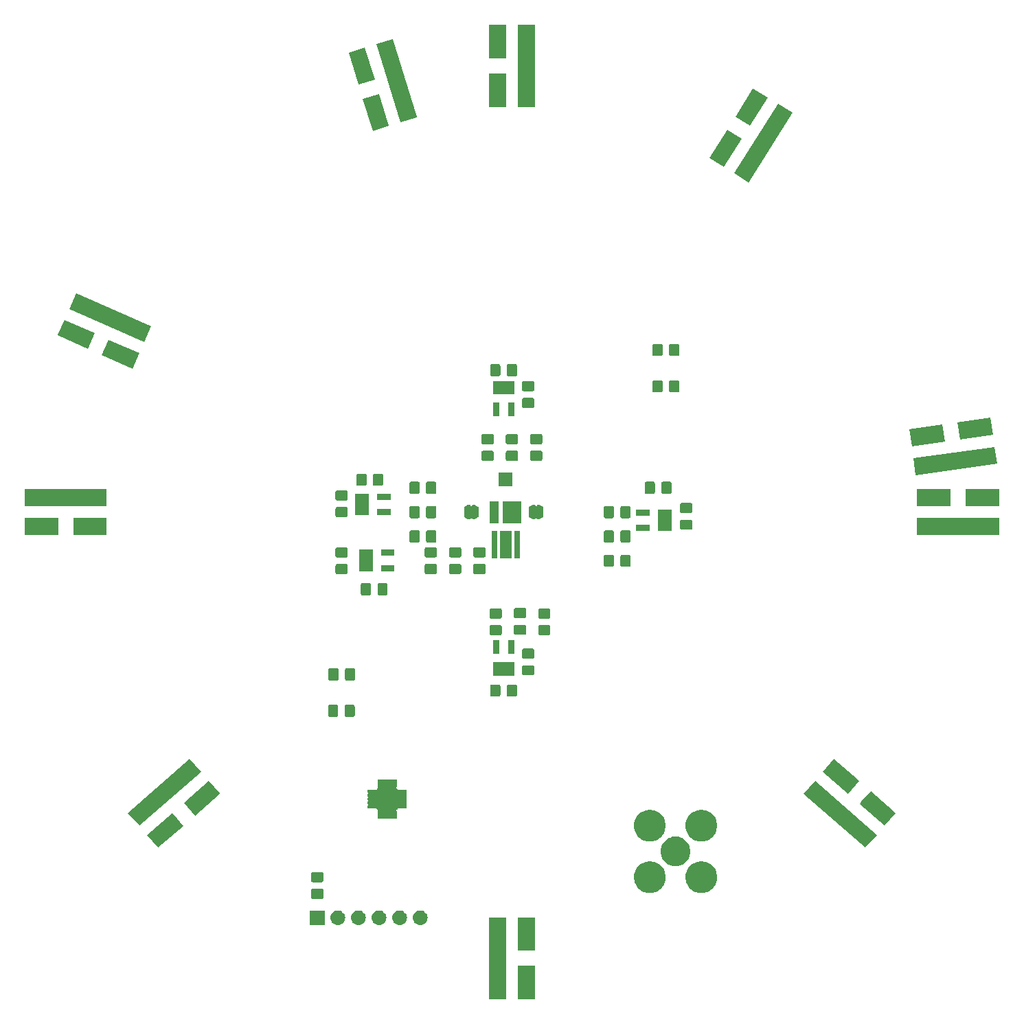
<source format=gbr>
G04 #@! TF.GenerationSoftware,KiCad,Pcbnew,(5.0.1)-4*
G04 #@! TF.CreationDate,2018-11-24T23:14:57-05:00*
G04 #@! TF.ProjectId,geodesic,67656F64657369632E6B696361645F70,rev?*
G04 #@! TF.SameCoordinates,Original*
G04 #@! TF.FileFunction,Soldermask,Top*
G04 #@! TF.FilePolarity,Negative*
%FSLAX46Y46*%
G04 Gerber Fmt 4.6, Leading zero omitted, Abs format (unit mm)*
G04 Created by KiCad (PCBNEW (5.0.1)-4) date 2018-11-24 11:14:57 PM*
%MOMM*%
%LPD*%
G01*
G04 APERTURE LIST*
%ADD10C,0.100000*%
G04 APERTURE END LIST*
D10*
G36*
X150851000Y-165051000D02*
X148749000Y-165051000D01*
X148749000Y-160949000D01*
X150851000Y-160949000D01*
X150851000Y-165051000D01*
X150851000Y-165051000D01*
G37*
G36*
X147251000Y-165051000D02*
X145149000Y-165051000D01*
X145149000Y-154949000D01*
X147251000Y-154949000D01*
X147251000Y-165051000D01*
X147251000Y-165051000D01*
G37*
G36*
X150851000Y-159051000D02*
X148749000Y-159051000D01*
X148749000Y-154949000D01*
X150851000Y-154949000D01*
X150851000Y-159051000D01*
X150851000Y-159051000D01*
G37*
G36*
X124901000Y-155901000D02*
X123099000Y-155901000D01*
X123099000Y-154099000D01*
X124901000Y-154099000D01*
X124901000Y-155901000D01*
X124901000Y-155901000D01*
G37*
G36*
X126650442Y-154105518D02*
X126716627Y-154112037D01*
X126829853Y-154146384D01*
X126886467Y-154163557D01*
X127025087Y-154237652D01*
X127042991Y-154247222D01*
X127078729Y-154276552D01*
X127180186Y-154359814D01*
X127263448Y-154461271D01*
X127292778Y-154497009D01*
X127292779Y-154497011D01*
X127376443Y-154653533D01*
X127376443Y-154653534D01*
X127427963Y-154823373D01*
X127445359Y-155000000D01*
X127427963Y-155176627D01*
X127393616Y-155289853D01*
X127376443Y-155346467D01*
X127302348Y-155485087D01*
X127292778Y-155502991D01*
X127263448Y-155538729D01*
X127180186Y-155640186D01*
X127078729Y-155723448D01*
X127042991Y-155752778D01*
X127042989Y-155752779D01*
X126886467Y-155836443D01*
X126829853Y-155853616D01*
X126716627Y-155887963D01*
X126650442Y-155894482D01*
X126584260Y-155901000D01*
X126495740Y-155901000D01*
X126429558Y-155894482D01*
X126363373Y-155887963D01*
X126250147Y-155853616D01*
X126193533Y-155836443D01*
X126037011Y-155752779D01*
X126037009Y-155752778D01*
X126001271Y-155723448D01*
X125899814Y-155640186D01*
X125816552Y-155538729D01*
X125787222Y-155502991D01*
X125777652Y-155485087D01*
X125703557Y-155346467D01*
X125686384Y-155289853D01*
X125652037Y-155176627D01*
X125634641Y-155000000D01*
X125652037Y-154823373D01*
X125703557Y-154653534D01*
X125703557Y-154653533D01*
X125787221Y-154497011D01*
X125787222Y-154497009D01*
X125816552Y-154461271D01*
X125899814Y-154359814D01*
X126001271Y-154276552D01*
X126037009Y-154247222D01*
X126054913Y-154237652D01*
X126193533Y-154163557D01*
X126250147Y-154146384D01*
X126363373Y-154112037D01*
X126429558Y-154105518D01*
X126495740Y-154099000D01*
X126584260Y-154099000D01*
X126650442Y-154105518D01*
X126650442Y-154105518D01*
G37*
G36*
X129190442Y-154105518D02*
X129256627Y-154112037D01*
X129369853Y-154146384D01*
X129426467Y-154163557D01*
X129565087Y-154237652D01*
X129582991Y-154247222D01*
X129618729Y-154276552D01*
X129720186Y-154359814D01*
X129803448Y-154461271D01*
X129832778Y-154497009D01*
X129832779Y-154497011D01*
X129916443Y-154653533D01*
X129916443Y-154653534D01*
X129967963Y-154823373D01*
X129985359Y-155000000D01*
X129967963Y-155176627D01*
X129933616Y-155289853D01*
X129916443Y-155346467D01*
X129842348Y-155485087D01*
X129832778Y-155502991D01*
X129803448Y-155538729D01*
X129720186Y-155640186D01*
X129618729Y-155723448D01*
X129582991Y-155752778D01*
X129582989Y-155752779D01*
X129426467Y-155836443D01*
X129369853Y-155853616D01*
X129256627Y-155887963D01*
X129190442Y-155894482D01*
X129124260Y-155901000D01*
X129035740Y-155901000D01*
X128969558Y-155894482D01*
X128903373Y-155887963D01*
X128790147Y-155853616D01*
X128733533Y-155836443D01*
X128577011Y-155752779D01*
X128577009Y-155752778D01*
X128541271Y-155723448D01*
X128439814Y-155640186D01*
X128356552Y-155538729D01*
X128327222Y-155502991D01*
X128317652Y-155485087D01*
X128243557Y-155346467D01*
X128226384Y-155289853D01*
X128192037Y-155176627D01*
X128174641Y-155000000D01*
X128192037Y-154823373D01*
X128243557Y-154653534D01*
X128243557Y-154653533D01*
X128327221Y-154497011D01*
X128327222Y-154497009D01*
X128356552Y-154461271D01*
X128439814Y-154359814D01*
X128541271Y-154276552D01*
X128577009Y-154247222D01*
X128594913Y-154237652D01*
X128733533Y-154163557D01*
X128790147Y-154146384D01*
X128903373Y-154112037D01*
X128969558Y-154105518D01*
X129035740Y-154099000D01*
X129124260Y-154099000D01*
X129190442Y-154105518D01*
X129190442Y-154105518D01*
G37*
G36*
X136810442Y-154105518D02*
X136876627Y-154112037D01*
X136989853Y-154146384D01*
X137046467Y-154163557D01*
X137185087Y-154237652D01*
X137202991Y-154247222D01*
X137238729Y-154276552D01*
X137340186Y-154359814D01*
X137423448Y-154461271D01*
X137452778Y-154497009D01*
X137452779Y-154497011D01*
X137536443Y-154653533D01*
X137536443Y-154653534D01*
X137587963Y-154823373D01*
X137605359Y-155000000D01*
X137587963Y-155176627D01*
X137553616Y-155289853D01*
X137536443Y-155346467D01*
X137462348Y-155485087D01*
X137452778Y-155502991D01*
X137423448Y-155538729D01*
X137340186Y-155640186D01*
X137238729Y-155723448D01*
X137202991Y-155752778D01*
X137202989Y-155752779D01*
X137046467Y-155836443D01*
X136989853Y-155853616D01*
X136876627Y-155887963D01*
X136810442Y-155894482D01*
X136744260Y-155901000D01*
X136655740Y-155901000D01*
X136589558Y-155894482D01*
X136523373Y-155887963D01*
X136410147Y-155853616D01*
X136353533Y-155836443D01*
X136197011Y-155752779D01*
X136197009Y-155752778D01*
X136161271Y-155723448D01*
X136059814Y-155640186D01*
X135976552Y-155538729D01*
X135947222Y-155502991D01*
X135937652Y-155485087D01*
X135863557Y-155346467D01*
X135846384Y-155289853D01*
X135812037Y-155176627D01*
X135794641Y-155000000D01*
X135812037Y-154823373D01*
X135863557Y-154653534D01*
X135863557Y-154653533D01*
X135947221Y-154497011D01*
X135947222Y-154497009D01*
X135976552Y-154461271D01*
X136059814Y-154359814D01*
X136161271Y-154276552D01*
X136197009Y-154247222D01*
X136214913Y-154237652D01*
X136353533Y-154163557D01*
X136410147Y-154146384D01*
X136523373Y-154112037D01*
X136589558Y-154105518D01*
X136655740Y-154099000D01*
X136744260Y-154099000D01*
X136810442Y-154105518D01*
X136810442Y-154105518D01*
G37*
G36*
X131730442Y-154105518D02*
X131796627Y-154112037D01*
X131909853Y-154146384D01*
X131966467Y-154163557D01*
X132105087Y-154237652D01*
X132122991Y-154247222D01*
X132158729Y-154276552D01*
X132260186Y-154359814D01*
X132343448Y-154461271D01*
X132372778Y-154497009D01*
X132372779Y-154497011D01*
X132456443Y-154653533D01*
X132456443Y-154653534D01*
X132507963Y-154823373D01*
X132525359Y-155000000D01*
X132507963Y-155176627D01*
X132473616Y-155289853D01*
X132456443Y-155346467D01*
X132382348Y-155485087D01*
X132372778Y-155502991D01*
X132343448Y-155538729D01*
X132260186Y-155640186D01*
X132158729Y-155723448D01*
X132122991Y-155752778D01*
X132122989Y-155752779D01*
X131966467Y-155836443D01*
X131909853Y-155853616D01*
X131796627Y-155887963D01*
X131730442Y-155894482D01*
X131664260Y-155901000D01*
X131575740Y-155901000D01*
X131509558Y-155894482D01*
X131443373Y-155887963D01*
X131330147Y-155853616D01*
X131273533Y-155836443D01*
X131117011Y-155752779D01*
X131117009Y-155752778D01*
X131081271Y-155723448D01*
X130979814Y-155640186D01*
X130896552Y-155538729D01*
X130867222Y-155502991D01*
X130857652Y-155485087D01*
X130783557Y-155346467D01*
X130766384Y-155289853D01*
X130732037Y-155176627D01*
X130714641Y-155000000D01*
X130732037Y-154823373D01*
X130783557Y-154653534D01*
X130783557Y-154653533D01*
X130867221Y-154497011D01*
X130867222Y-154497009D01*
X130896552Y-154461271D01*
X130979814Y-154359814D01*
X131081271Y-154276552D01*
X131117009Y-154247222D01*
X131134913Y-154237652D01*
X131273533Y-154163557D01*
X131330147Y-154146384D01*
X131443373Y-154112037D01*
X131509558Y-154105518D01*
X131575740Y-154099000D01*
X131664260Y-154099000D01*
X131730442Y-154105518D01*
X131730442Y-154105518D01*
G37*
G36*
X134270442Y-154105518D02*
X134336627Y-154112037D01*
X134449853Y-154146384D01*
X134506467Y-154163557D01*
X134645087Y-154237652D01*
X134662991Y-154247222D01*
X134698729Y-154276552D01*
X134800186Y-154359814D01*
X134883448Y-154461271D01*
X134912778Y-154497009D01*
X134912779Y-154497011D01*
X134996443Y-154653533D01*
X134996443Y-154653534D01*
X135047963Y-154823373D01*
X135065359Y-155000000D01*
X135047963Y-155176627D01*
X135013616Y-155289853D01*
X134996443Y-155346467D01*
X134922348Y-155485087D01*
X134912778Y-155502991D01*
X134883448Y-155538729D01*
X134800186Y-155640186D01*
X134698729Y-155723448D01*
X134662991Y-155752778D01*
X134662989Y-155752779D01*
X134506467Y-155836443D01*
X134449853Y-155853616D01*
X134336627Y-155887963D01*
X134270442Y-155894482D01*
X134204260Y-155901000D01*
X134115740Y-155901000D01*
X134049558Y-155894482D01*
X133983373Y-155887963D01*
X133870147Y-155853616D01*
X133813533Y-155836443D01*
X133657011Y-155752779D01*
X133657009Y-155752778D01*
X133621271Y-155723448D01*
X133519814Y-155640186D01*
X133436552Y-155538729D01*
X133407222Y-155502991D01*
X133397652Y-155485087D01*
X133323557Y-155346467D01*
X133306384Y-155289853D01*
X133272037Y-155176627D01*
X133254641Y-155000000D01*
X133272037Y-154823373D01*
X133323557Y-154653534D01*
X133323557Y-154653533D01*
X133407221Y-154497011D01*
X133407222Y-154497009D01*
X133436552Y-154461271D01*
X133519814Y-154359814D01*
X133621271Y-154276552D01*
X133657009Y-154247222D01*
X133674913Y-154237652D01*
X133813533Y-154163557D01*
X133870147Y-154146384D01*
X133983373Y-154112037D01*
X134049558Y-154105518D01*
X134115740Y-154099000D01*
X134204260Y-154099000D01*
X134270442Y-154105518D01*
X134270442Y-154105518D01*
G37*
G36*
X124588677Y-151428465D02*
X124626364Y-151439898D01*
X124661103Y-151458466D01*
X124691548Y-151483452D01*
X124716534Y-151513897D01*
X124735102Y-151548636D01*
X124746535Y-151586323D01*
X124751000Y-151631661D01*
X124751000Y-152468339D01*
X124746535Y-152513677D01*
X124735102Y-152551364D01*
X124716534Y-152586103D01*
X124691548Y-152616548D01*
X124661103Y-152641534D01*
X124626364Y-152660102D01*
X124588677Y-152671535D01*
X124543339Y-152676000D01*
X123456661Y-152676000D01*
X123411323Y-152671535D01*
X123373636Y-152660102D01*
X123338897Y-152641534D01*
X123308452Y-152616548D01*
X123283466Y-152586103D01*
X123264898Y-152551364D01*
X123253465Y-152513677D01*
X123249000Y-152468339D01*
X123249000Y-151631661D01*
X123253465Y-151586323D01*
X123264898Y-151548636D01*
X123283466Y-151513897D01*
X123308452Y-151483452D01*
X123338897Y-151458466D01*
X123373636Y-151439898D01*
X123411323Y-151428465D01*
X123456661Y-151424000D01*
X124543339Y-151424000D01*
X124588677Y-151428465D01*
X124588677Y-151428465D01*
G37*
G36*
X165444579Y-148094112D02*
X165570544Y-148119168D01*
X165717991Y-148180243D01*
X165926512Y-148266615D01*
X166246880Y-148480678D01*
X166519322Y-148753120D01*
X166733385Y-149073488D01*
X166819757Y-149282009D01*
X166872138Y-149408466D01*
X166880832Y-149429457D01*
X166956000Y-149807349D01*
X166956000Y-150192651D01*
X166905888Y-150444579D01*
X166880832Y-150570544D01*
X166857861Y-150626000D01*
X166733385Y-150926512D01*
X166519322Y-151246880D01*
X166246880Y-151519322D01*
X165926512Y-151733385D01*
X165717991Y-151819757D01*
X165570544Y-151880832D01*
X165444579Y-151905888D01*
X165192651Y-151956000D01*
X164807349Y-151956000D01*
X164555421Y-151905888D01*
X164429456Y-151880832D01*
X164282009Y-151819757D01*
X164073488Y-151733385D01*
X163753120Y-151519322D01*
X163480678Y-151246880D01*
X163266615Y-150926512D01*
X163142139Y-150626000D01*
X163119168Y-150570544D01*
X163094112Y-150444579D01*
X163044000Y-150192651D01*
X163044000Y-149807349D01*
X163119168Y-149429457D01*
X163127863Y-149408466D01*
X163180243Y-149282009D01*
X163266615Y-149073488D01*
X163480678Y-148753120D01*
X163753120Y-148480678D01*
X164073488Y-148266615D01*
X164282009Y-148180243D01*
X164429456Y-148119168D01*
X164555421Y-148094112D01*
X164807349Y-148044000D01*
X165192651Y-148044000D01*
X165444579Y-148094112D01*
X165444579Y-148094112D01*
G37*
G36*
X171794579Y-148094112D02*
X171920544Y-148119168D01*
X172067991Y-148180243D01*
X172276512Y-148266615D01*
X172596880Y-148480678D01*
X172869322Y-148753120D01*
X173083385Y-149073488D01*
X173169757Y-149282009D01*
X173222138Y-149408466D01*
X173230832Y-149429457D01*
X173306000Y-149807349D01*
X173306000Y-150192651D01*
X173255888Y-150444579D01*
X173230832Y-150570544D01*
X173207861Y-150626000D01*
X173083385Y-150926512D01*
X172869322Y-151246880D01*
X172596880Y-151519322D01*
X172276512Y-151733385D01*
X172067991Y-151819757D01*
X171920544Y-151880832D01*
X171794579Y-151905888D01*
X171542651Y-151956000D01*
X171157349Y-151956000D01*
X170905421Y-151905888D01*
X170779456Y-151880832D01*
X170632009Y-151819757D01*
X170423488Y-151733385D01*
X170103120Y-151519322D01*
X169830678Y-151246880D01*
X169616615Y-150926512D01*
X169492139Y-150626000D01*
X169469168Y-150570544D01*
X169444112Y-150444579D01*
X169394000Y-150192651D01*
X169394000Y-149807349D01*
X169469168Y-149429457D01*
X169477863Y-149408466D01*
X169530243Y-149282009D01*
X169616615Y-149073488D01*
X169830678Y-148753120D01*
X170103120Y-148480678D01*
X170423488Y-148266615D01*
X170632009Y-148180243D01*
X170779456Y-148119168D01*
X170905421Y-148094112D01*
X171157349Y-148044000D01*
X171542651Y-148044000D01*
X171794579Y-148094112D01*
X171794579Y-148094112D01*
G37*
G36*
X124588677Y-149378465D02*
X124626364Y-149389898D01*
X124661103Y-149408466D01*
X124691548Y-149433452D01*
X124716534Y-149463897D01*
X124735102Y-149498636D01*
X124746535Y-149536323D01*
X124751000Y-149581661D01*
X124751000Y-150418339D01*
X124746535Y-150463677D01*
X124735102Y-150501364D01*
X124716534Y-150536103D01*
X124691548Y-150566548D01*
X124661103Y-150591534D01*
X124626364Y-150610102D01*
X124588677Y-150621535D01*
X124543339Y-150626000D01*
X123456661Y-150626000D01*
X123411323Y-150621535D01*
X123373636Y-150610102D01*
X123338897Y-150591534D01*
X123308452Y-150566548D01*
X123283466Y-150536103D01*
X123264898Y-150501364D01*
X123253465Y-150463677D01*
X123249000Y-150418339D01*
X123249000Y-149581661D01*
X123253465Y-149536323D01*
X123264898Y-149498636D01*
X123283466Y-149463897D01*
X123308452Y-149433452D01*
X123338897Y-149408466D01*
X123373636Y-149389898D01*
X123411323Y-149378465D01*
X123456661Y-149374000D01*
X124543339Y-149374000D01*
X124588677Y-149378465D01*
X124588677Y-149378465D01*
G37*
G36*
X168531821Y-145031144D02*
X168708500Y-145066287D01*
X168846373Y-145123396D01*
X169041355Y-145204160D01*
X169340923Y-145404325D01*
X169595675Y-145659077D01*
X169795840Y-145958645D01*
X169933713Y-146291501D01*
X170004000Y-146644858D01*
X170004000Y-147005142D01*
X169933713Y-147358499D01*
X169795840Y-147691355D01*
X169595675Y-147990923D01*
X169340923Y-148245675D01*
X169041355Y-148445840D01*
X168957248Y-148480678D01*
X168708500Y-148583713D01*
X168531821Y-148618856D01*
X168355142Y-148654000D01*
X167994858Y-148654000D01*
X167818179Y-148618856D01*
X167641500Y-148583713D01*
X167392752Y-148480678D01*
X167308645Y-148445840D01*
X167009077Y-148245675D01*
X166754325Y-147990923D01*
X166554160Y-147691355D01*
X166416287Y-147358499D01*
X166346000Y-147005142D01*
X166346000Y-146644858D01*
X166416287Y-146291501D01*
X166554160Y-145958645D01*
X166754325Y-145659077D01*
X167009077Y-145404325D01*
X167308645Y-145204160D01*
X167503627Y-145123396D01*
X167641500Y-145066287D01*
X167818179Y-145031144D01*
X167994858Y-144996000D01*
X168355142Y-144996000D01*
X168531821Y-145031144D01*
X168531821Y-145031144D01*
G37*
G36*
X192977102Y-144798736D02*
X191598066Y-146385136D01*
X183973990Y-139757628D01*
X185353026Y-138171228D01*
X192977102Y-144798736D01*
X192977102Y-144798736D01*
G37*
G36*
X106699764Y-142776000D02*
X107497752Y-143693981D01*
X104401934Y-146385135D01*
X104401933Y-146385135D01*
X103022898Y-144798735D01*
X104293772Y-143693981D01*
X106118716Y-142107581D01*
X106118717Y-142107581D01*
X106699764Y-142776000D01*
X106699764Y-142776000D01*
G37*
G36*
X165444579Y-141744112D02*
X165570544Y-141769168D01*
X165717991Y-141830243D01*
X165926512Y-141916615D01*
X166246880Y-142130678D01*
X166519322Y-142403120D01*
X166733385Y-142723488D01*
X166880832Y-143079457D01*
X166956000Y-143457349D01*
X166956000Y-143842651D01*
X166880832Y-144220543D01*
X166733385Y-144576512D01*
X166519322Y-144896880D01*
X166246880Y-145169322D01*
X165926512Y-145383385D01*
X165717991Y-145469757D01*
X165570544Y-145530832D01*
X165444579Y-145555888D01*
X165192651Y-145606000D01*
X164807349Y-145606000D01*
X164555421Y-145555888D01*
X164429456Y-145530832D01*
X164282009Y-145469757D01*
X164073488Y-145383385D01*
X163753120Y-145169322D01*
X163480678Y-144896880D01*
X163266615Y-144576512D01*
X163119168Y-144220543D01*
X163044000Y-143842651D01*
X163044000Y-143457349D01*
X163119168Y-143079457D01*
X163266615Y-142723488D01*
X163480678Y-142403120D01*
X163753120Y-142130678D01*
X164073488Y-141916615D01*
X164282009Y-141830243D01*
X164429456Y-141769168D01*
X164555421Y-141744112D01*
X164807349Y-141694000D01*
X165192651Y-141694000D01*
X165444579Y-141744112D01*
X165444579Y-141744112D01*
G37*
G36*
X171794579Y-141744112D02*
X171920544Y-141769168D01*
X172067991Y-141830243D01*
X172276512Y-141916615D01*
X172596880Y-142130678D01*
X172869322Y-142403120D01*
X173083385Y-142723488D01*
X173230832Y-143079457D01*
X173306000Y-143457349D01*
X173306000Y-143842651D01*
X173230832Y-144220543D01*
X173083385Y-144576512D01*
X172869322Y-144896880D01*
X172596880Y-145169322D01*
X172276512Y-145383385D01*
X172067991Y-145469757D01*
X171920544Y-145530832D01*
X171794579Y-145555888D01*
X171542651Y-145606000D01*
X171157349Y-145606000D01*
X170905421Y-145555888D01*
X170779456Y-145530832D01*
X170632009Y-145469757D01*
X170423488Y-145383385D01*
X170103120Y-145169322D01*
X169830678Y-144896880D01*
X169616615Y-144576512D01*
X169469168Y-144220543D01*
X169394000Y-143842651D01*
X169394000Y-143457349D01*
X169469168Y-143079457D01*
X169616615Y-142723488D01*
X169830678Y-142403120D01*
X170103120Y-142130678D01*
X170423488Y-141916615D01*
X170632009Y-141830243D01*
X170779456Y-141769168D01*
X170905421Y-141744112D01*
X171157349Y-141694000D01*
X171542651Y-141694000D01*
X171794579Y-141744112D01*
X171794579Y-141744112D01*
G37*
G36*
X195051805Y-141832202D02*
X195338914Y-142081782D01*
X193959879Y-143668182D01*
X193959878Y-143668182D01*
X190864060Y-140977028D01*
X191091862Y-140714972D01*
X192243095Y-139390628D01*
X192243096Y-139390628D01*
X195051805Y-141832202D01*
X195051805Y-141832202D01*
G37*
G36*
X109664198Y-137040674D02*
X102040122Y-143668182D01*
X100661086Y-142081782D01*
X108285162Y-135454274D01*
X109664198Y-137040674D01*
X109664198Y-137040674D01*
G37*
G36*
X131780357Y-137975083D02*
X131785028Y-137976500D01*
X131789330Y-137978800D01*
X131795705Y-137984031D01*
X131816080Y-137997644D01*
X131838719Y-138007020D01*
X131862753Y-138011800D01*
X131887257Y-138011799D01*
X131911291Y-138007017D01*
X131933929Y-137997639D01*
X131954295Y-137984031D01*
X131960670Y-137978800D01*
X131964972Y-137976500D01*
X131969643Y-137975083D01*
X131980641Y-137974000D01*
X132269359Y-137974000D01*
X132280357Y-137975083D01*
X132285028Y-137976500D01*
X132289330Y-137978800D01*
X132295705Y-137984031D01*
X132316080Y-137997644D01*
X132338719Y-138007020D01*
X132362753Y-138011800D01*
X132387257Y-138011799D01*
X132411291Y-138007017D01*
X132433929Y-137997639D01*
X132454295Y-137984031D01*
X132460670Y-137978800D01*
X132464972Y-137976500D01*
X132469643Y-137975083D01*
X132480641Y-137974000D01*
X132769359Y-137974000D01*
X132780357Y-137975083D01*
X132785028Y-137976500D01*
X132789330Y-137978800D01*
X132795705Y-137984031D01*
X132816080Y-137997644D01*
X132838719Y-138007020D01*
X132862753Y-138011800D01*
X132887257Y-138011799D01*
X132911291Y-138007017D01*
X132933929Y-137997639D01*
X132954295Y-137984031D01*
X132960670Y-137978800D01*
X132964972Y-137976500D01*
X132969643Y-137975083D01*
X132980641Y-137974000D01*
X133269359Y-137974000D01*
X133280357Y-137975083D01*
X133285028Y-137976500D01*
X133289330Y-137978800D01*
X133295705Y-137984031D01*
X133316080Y-137997644D01*
X133338719Y-138007020D01*
X133362753Y-138011800D01*
X133387257Y-138011799D01*
X133411291Y-138007017D01*
X133433929Y-137997639D01*
X133454295Y-137984031D01*
X133460670Y-137978800D01*
X133464972Y-137976500D01*
X133469643Y-137975083D01*
X133480641Y-137974000D01*
X133769359Y-137974000D01*
X133780357Y-137975083D01*
X133785028Y-137976500D01*
X133789330Y-137978800D01*
X133793104Y-137981896D01*
X133796200Y-137985670D01*
X133798500Y-137989972D01*
X133799917Y-137994643D01*
X133801000Y-138005641D01*
X133801000Y-138869359D01*
X133799917Y-138880357D01*
X133798500Y-138885028D01*
X133796199Y-138889333D01*
X133789557Y-138897427D01*
X133775944Y-138917802D01*
X133766568Y-138940442D01*
X133761788Y-138964475D01*
X133761790Y-138988980D01*
X133766571Y-139013013D01*
X133775950Y-139035651D01*
X133789565Y-139056025D01*
X133806893Y-139073351D01*
X133827264Y-139086962D01*
X133854469Y-139101503D01*
X133878651Y-139121349D01*
X133898497Y-139145531D01*
X133913038Y-139172736D01*
X133926652Y-139193111D01*
X133943979Y-139210438D01*
X133964353Y-139224052D01*
X133986992Y-139233430D01*
X134011025Y-139238211D01*
X134035530Y-139238211D01*
X134059563Y-139233431D01*
X134082202Y-139224054D01*
X134102573Y-139210443D01*
X134110667Y-139203801D01*
X134114972Y-139201500D01*
X134119643Y-139200083D01*
X134130641Y-139199000D01*
X134994359Y-139199000D01*
X135005357Y-139200083D01*
X135010028Y-139201500D01*
X135014330Y-139203800D01*
X135018104Y-139206896D01*
X135021200Y-139210670D01*
X135023500Y-139214972D01*
X135024917Y-139219643D01*
X135026000Y-139230641D01*
X135026000Y-139519359D01*
X135024917Y-139530357D01*
X135023500Y-139535028D01*
X135021200Y-139539330D01*
X135015969Y-139545705D01*
X135002356Y-139566080D01*
X134992980Y-139588719D01*
X134988200Y-139612753D01*
X134988201Y-139637257D01*
X134992983Y-139661291D01*
X135002361Y-139683929D01*
X135015969Y-139704295D01*
X135021200Y-139710670D01*
X135023500Y-139714972D01*
X135024917Y-139719643D01*
X135026000Y-139730641D01*
X135026000Y-140019359D01*
X135024917Y-140030357D01*
X135023500Y-140035028D01*
X135021200Y-140039330D01*
X135015969Y-140045705D01*
X135002356Y-140066080D01*
X134992980Y-140088719D01*
X134988200Y-140112753D01*
X134988201Y-140137257D01*
X134992983Y-140161291D01*
X135002361Y-140183929D01*
X135015969Y-140204295D01*
X135021200Y-140210670D01*
X135023500Y-140214972D01*
X135024917Y-140219643D01*
X135026000Y-140230641D01*
X135026000Y-140519359D01*
X135024917Y-140530357D01*
X135023500Y-140535028D01*
X135021200Y-140539330D01*
X135015969Y-140545705D01*
X135002356Y-140566080D01*
X134992980Y-140588719D01*
X134988200Y-140612753D01*
X134988201Y-140637257D01*
X134992983Y-140661291D01*
X135002361Y-140683929D01*
X135015969Y-140704295D01*
X135021200Y-140710670D01*
X135023500Y-140714972D01*
X135024917Y-140719643D01*
X135026000Y-140730641D01*
X135026000Y-141019359D01*
X135024917Y-141030357D01*
X135023500Y-141035028D01*
X135021200Y-141039330D01*
X135015969Y-141045705D01*
X135002356Y-141066080D01*
X134992980Y-141088719D01*
X134988200Y-141112753D01*
X134988201Y-141137257D01*
X134992983Y-141161291D01*
X135002361Y-141183929D01*
X135015969Y-141204295D01*
X135021200Y-141210670D01*
X135023500Y-141214972D01*
X135024917Y-141219643D01*
X135026000Y-141230641D01*
X135026000Y-141519359D01*
X135024917Y-141530357D01*
X135023500Y-141535028D01*
X135021200Y-141539330D01*
X135018104Y-141543104D01*
X135014330Y-141546200D01*
X135010028Y-141548500D01*
X135005357Y-141549917D01*
X134994359Y-141551000D01*
X134130641Y-141551000D01*
X134119643Y-141549917D01*
X134114972Y-141548500D01*
X134110667Y-141546199D01*
X134102573Y-141539557D01*
X134082198Y-141525944D01*
X134059558Y-141516568D01*
X134035525Y-141511788D01*
X134011020Y-141511790D01*
X133986987Y-141516571D01*
X133964349Y-141525950D01*
X133943975Y-141539565D01*
X133926649Y-141556893D01*
X133913038Y-141577264D01*
X133898497Y-141604469D01*
X133878651Y-141628651D01*
X133854469Y-141648497D01*
X133827264Y-141663038D01*
X133806889Y-141676652D01*
X133789562Y-141693979D01*
X133775948Y-141714353D01*
X133766570Y-141736992D01*
X133761789Y-141761025D01*
X133761789Y-141785530D01*
X133766569Y-141809563D01*
X133775946Y-141832202D01*
X133789557Y-141852573D01*
X133796199Y-141860667D01*
X133798500Y-141864972D01*
X133799917Y-141869643D01*
X133801000Y-141880641D01*
X133801000Y-142744359D01*
X133799917Y-142755357D01*
X133798500Y-142760028D01*
X133796200Y-142764330D01*
X133793104Y-142768104D01*
X133789330Y-142771200D01*
X133785028Y-142773500D01*
X133780357Y-142774917D01*
X133769359Y-142776000D01*
X133480641Y-142776000D01*
X133469643Y-142774917D01*
X133464972Y-142773500D01*
X133460670Y-142771200D01*
X133454295Y-142765969D01*
X133433920Y-142752356D01*
X133411281Y-142742980D01*
X133387247Y-142738200D01*
X133362743Y-142738201D01*
X133338709Y-142742983D01*
X133316071Y-142752361D01*
X133295705Y-142765969D01*
X133289330Y-142771200D01*
X133285028Y-142773500D01*
X133280357Y-142774917D01*
X133269359Y-142776000D01*
X132980641Y-142776000D01*
X132969643Y-142774917D01*
X132964972Y-142773500D01*
X132960670Y-142771200D01*
X132954295Y-142765969D01*
X132933920Y-142752356D01*
X132911281Y-142742980D01*
X132887247Y-142738200D01*
X132862743Y-142738201D01*
X132838709Y-142742983D01*
X132816071Y-142752361D01*
X132795705Y-142765969D01*
X132789330Y-142771200D01*
X132785028Y-142773500D01*
X132780357Y-142774917D01*
X132769359Y-142776000D01*
X132480641Y-142776000D01*
X132469643Y-142774917D01*
X132464972Y-142773500D01*
X132460670Y-142771200D01*
X132454295Y-142765969D01*
X132433920Y-142752356D01*
X132411281Y-142742980D01*
X132387247Y-142738200D01*
X132362743Y-142738201D01*
X132338709Y-142742983D01*
X132316071Y-142752361D01*
X132295705Y-142765969D01*
X132289330Y-142771200D01*
X132285028Y-142773500D01*
X132280357Y-142774917D01*
X132269359Y-142776000D01*
X131980641Y-142776000D01*
X131969643Y-142774917D01*
X131964972Y-142773500D01*
X131960670Y-142771200D01*
X131954295Y-142765969D01*
X131933920Y-142752356D01*
X131911281Y-142742980D01*
X131887247Y-142738200D01*
X131862743Y-142738201D01*
X131838709Y-142742983D01*
X131816071Y-142752361D01*
X131795705Y-142765969D01*
X131789330Y-142771200D01*
X131785028Y-142773500D01*
X131780357Y-142774917D01*
X131769359Y-142776000D01*
X131480641Y-142776000D01*
X131469643Y-142774917D01*
X131464972Y-142773500D01*
X131460670Y-142771200D01*
X131456896Y-142768104D01*
X131453800Y-142764330D01*
X131451500Y-142760028D01*
X131450083Y-142755357D01*
X131449000Y-142744359D01*
X131449000Y-141880641D01*
X131450083Y-141869643D01*
X131451500Y-141864972D01*
X131453801Y-141860667D01*
X131460443Y-141852573D01*
X131474056Y-141832198D01*
X131483432Y-141809558D01*
X131488212Y-141785525D01*
X131488210Y-141761020D01*
X131483429Y-141736987D01*
X131474050Y-141714349D01*
X131460435Y-141693975D01*
X131443107Y-141676649D01*
X131422736Y-141663038D01*
X131395531Y-141648497D01*
X131371349Y-141628651D01*
X131351503Y-141604469D01*
X131336962Y-141577264D01*
X131323348Y-141556889D01*
X131306021Y-141539562D01*
X131285647Y-141525948D01*
X131263008Y-141516570D01*
X131238975Y-141511789D01*
X131214470Y-141511789D01*
X131190437Y-141516569D01*
X131167798Y-141525946D01*
X131147427Y-141539557D01*
X131139333Y-141546199D01*
X131135028Y-141548500D01*
X131130357Y-141549917D01*
X131119359Y-141551000D01*
X130255641Y-141551000D01*
X130244643Y-141549917D01*
X130239972Y-141548500D01*
X130235670Y-141546200D01*
X130231896Y-141543104D01*
X130228800Y-141539330D01*
X130226500Y-141535028D01*
X130225083Y-141530357D01*
X130224000Y-141519359D01*
X130224000Y-141230641D01*
X130225083Y-141219643D01*
X130226500Y-141214972D01*
X130228800Y-141210670D01*
X130234031Y-141204295D01*
X130247644Y-141183920D01*
X130257020Y-141161281D01*
X130261800Y-141137247D01*
X130261799Y-141112743D01*
X130257017Y-141088709D01*
X130247639Y-141066071D01*
X130234031Y-141045705D01*
X130228800Y-141039330D01*
X130226500Y-141035028D01*
X130225083Y-141030357D01*
X130224000Y-141019359D01*
X130224000Y-140730641D01*
X130225083Y-140719643D01*
X130226500Y-140714972D01*
X130228800Y-140710670D01*
X130234031Y-140704295D01*
X130247644Y-140683920D01*
X130257020Y-140661281D01*
X130261800Y-140637247D01*
X130261799Y-140612743D01*
X130257017Y-140588709D01*
X130247639Y-140566071D01*
X130234031Y-140545705D01*
X130228800Y-140539330D01*
X130226500Y-140535028D01*
X130225083Y-140530357D01*
X130224000Y-140519359D01*
X130224000Y-140230641D01*
X130225083Y-140219643D01*
X130226500Y-140214972D01*
X130228800Y-140210670D01*
X130234031Y-140204295D01*
X130247644Y-140183920D01*
X130257020Y-140161281D01*
X130261800Y-140137247D01*
X130261799Y-140112743D01*
X130257017Y-140088709D01*
X130247639Y-140066071D01*
X130234031Y-140045705D01*
X130228800Y-140039330D01*
X130226500Y-140035028D01*
X130225083Y-140030357D01*
X130224000Y-140019359D01*
X130224000Y-139730641D01*
X130225083Y-139719643D01*
X130226500Y-139714972D01*
X130228800Y-139710670D01*
X130234031Y-139704295D01*
X130247644Y-139683920D01*
X130257020Y-139661281D01*
X130261800Y-139637247D01*
X130261799Y-139612743D01*
X130257017Y-139588709D01*
X130247639Y-139566071D01*
X130234031Y-139545705D01*
X130228800Y-139539330D01*
X130226500Y-139535028D01*
X130225083Y-139530357D01*
X130224000Y-139519359D01*
X130224000Y-139230641D01*
X130225083Y-139219643D01*
X130226500Y-139214972D01*
X130228800Y-139210670D01*
X130231896Y-139206896D01*
X130235670Y-139203800D01*
X130239972Y-139201500D01*
X130244643Y-139200083D01*
X130255641Y-139199000D01*
X131119359Y-139199000D01*
X131130357Y-139200083D01*
X131135028Y-139201500D01*
X131139333Y-139203801D01*
X131147427Y-139210443D01*
X131167802Y-139224056D01*
X131190442Y-139233432D01*
X131214475Y-139238212D01*
X131238980Y-139238210D01*
X131263013Y-139233429D01*
X131285651Y-139224050D01*
X131306025Y-139210435D01*
X131323351Y-139193107D01*
X131336962Y-139172736D01*
X131351503Y-139145531D01*
X131371349Y-139121349D01*
X131395531Y-139101503D01*
X131422736Y-139086962D01*
X131443111Y-139073348D01*
X131460438Y-139056021D01*
X131474052Y-139035647D01*
X131483430Y-139013008D01*
X131488211Y-138988975D01*
X131488211Y-138964470D01*
X131483431Y-138940437D01*
X131474054Y-138917798D01*
X131460443Y-138897427D01*
X131453801Y-138889333D01*
X131451500Y-138885028D01*
X131450083Y-138880357D01*
X131449000Y-138869359D01*
X131449000Y-138005641D01*
X131450083Y-137994643D01*
X131451500Y-137989972D01*
X131453800Y-137985670D01*
X131456896Y-137981896D01*
X131460670Y-137978800D01*
X131464972Y-137976500D01*
X131469643Y-137975083D01*
X131480641Y-137974000D01*
X131769359Y-137974000D01*
X131780357Y-137975083D01*
X131780357Y-137975083D01*
G37*
G36*
X111976515Y-139700691D02*
X112026010Y-139757628D01*
X108930192Y-142448782D01*
X108930191Y-142448782D01*
X107551156Y-140862382D01*
X107737160Y-140700691D01*
X110646974Y-138171228D01*
X110646975Y-138171228D01*
X111976515Y-139700691D01*
X111976515Y-139700691D01*
G37*
G36*
X190615397Y-137975691D02*
X190810657Y-138145428D01*
X189431622Y-139731828D01*
X189431621Y-139731828D01*
X186335803Y-137040674D01*
X187714838Y-135454274D01*
X187714839Y-135454274D01*
X190615397Y-137975691D01*
X190615397Y-137975691D01*
G37*
G36*
X126413677Y-128753465D02*
X126451364Y-128764898D01*
X126486103Y-128783466D01*
X126516548Y-128808452D01*
X126541534Y-128838897D01*
X126560102Y-128873636D01*
X126571535Y-128911323D01*
X126576000Y-128956661D01*
X126576000Y-130043339D01*
X126571535Y-130088677D01*
X126560102Y-130126364D01*
X126541534Y-130161103D01*
X126516548Y-130191548D01*
X126486103Y-130216534D01*
X126451364Y-130235102D01*
X126413677Y-130246535D01*
X126368339Y-130251000D01*
X125531661Y-130251000D01*
X125486323Y-130246535D01*
X125448636Y-130235102D01*
X125413897Y-130216534D01*
X125383452Y-130191548D01*
X125358466Y-130161103D01*
X125339898Y-130126364D01*
X125328465Y-130088677D01*
X125324000Y-130043339D01*
X125324000Y-128956661D01*
X125328465Y-128911323D01*
X125339898Y-128873636D01*
X125358466Y-128838897D01*
X125383452Y-128808452D01*
X125413897Y-128783466D01*
X125448636Y-128764898D01*
X125486323Y-128753465D01*
X125531661Y-128749000D01*
X126368339Y-128749000D01*
X126413677Y-128753465D01*
X126413677Y-128753465D01*
G37*
G36*
X128463677Y-128753465D02*
X128501364Y-128764898D01*
X128536103Y-128783466D01*
X128566548Y-128808452D01*
X128591534Y-128838897D01*
X128610102Y-128873636D01*
X128621535Y-128911323D01*
X128626000Y-128956661D01*
X128626000Y-130043339D01*
X128621535Y-130088677D01*
X128610102Y-130126364D01*
X128591534Y-130161103D01*
X128566548Y-130191548D01*
X128536103Y-130216534D01*
X128501364Y-130235102D01*
X128463677Y-130246535D01*
X128418339Y-130251000D01*
X127581661Y-130251000D01*
X127536323Y-130246535D01*
X127498636Y-130235102D01*
X127463897Y-130216534D01*
X127433452Y-130191548D01*
X127408466Y-130161103D01*
X127389898Y-130126364D01*
X127378465Y-130088677D01*
X127374000Y-130043339D01*
X127374000Y-128956661D01*
X127378465Y-128911323D01*
X127389898Y-128873636D01*
X127408466Y-128838897D01*
X127433452Y-128808452D01*
X127463897Y-128783466D01*
X127498636Y-128764898D01*
X127536323Y-128753465D01*
X127581661Y-128749000D01*
X128418339Y-128749000D01*
X128463677Y-128753465D01*
X128463677Y-128753465D01*
G37*
G36*
X146413677Y-126253465D02*
X146451364Y-126264898D01*
X146486103Y-126283466D01*
X146516548Y-126308452D01*
X146541534Y-126338897D01*
X146560102Y-126373636D01*
X146571535Y-126411323D01*
X146576000Y-126456661D01*
X146576000Y-127543339D01*
X146571535Y-127588677D01*
X146560102Y-127626364D01*
X146541534Y-127661103D01*
X146516548Y-127691548D01*
X146486103Y-127716534D01*
X146451364Y-127735102D01*
X146413677Y-127746535D01*
X146368339Y-127751000D01*
X145531661Y-127751000D01*
X145486323Y-127746535D01*
X145448636Y-127735102D01*
X145413897Y-127716534D01*
X145383452Y-127691548D01*
X145358466Y-127661103D01*
X145339898Y-127626364D01*
X145328465Y-127588677D01*
X145324000Y-127543339D01*
X145324000Y-126456661D01*
X145328465Y-126411323D01*
X145339898Y-126373636D01*
X145358466Y-126338897D01*
X145383452Y-126308452D01*
X145413897Y-126283466D01*
X145448636Y-126264898D01*
X145486323Y-126253465D01*
X145531661Y-126249000D01*
X146368339Y-126249000D01*
X146413677Y-126253465D01*
X146413677Y-126253465D01*
G37*
G36*
X148463677Y-126253465D02*
X148501364Y-126264898D01*
X148536103Y-126283466D01*
X148566548Y-126308452D01*
X148591534Y-126338897D01*
X148610102Y-126373636D01*
X148621535Y-126411323D01*
X148626000Y-126456661D01*
X148626000Y-127543339D01*
X148621535Y-127588677D01*
X148610102Y-127626364D01*
X148591534Y-127661103D01*
X148566548Y-127691548D01*
X148536103Y-127716534D01*
X148501364Y-127735102D01*
X148463677Y-127746535D01*
X148418339Y-127751000D01*
X147581661Y-127751000D01*
X147536323Y-127746535D01*
X147498636Y-127735102D01*
X147463897Y-127716534D01*
X147433452Y-127691548D01*
X147408466Y-127661103D01*
X147389898Y-127626364D01*
X147378465Y-127588677D01*
X147374000Y-127543339D01*
X147374000Y-126456661D01*
X147378465Y-126411323D01*
X147389898Y-126373636D01*
X147408466Y-126338897D01*
X147433452Y-126308452D01*
X147463897Y-126283466D01*
X147498636Y-126264898D01*
X147536323Y-126253465D01*
X147581661Y-126249000D01*
X148418339Y-126249000D01*
X148463677Y-126253465D01*
X148463677Y-126253465D01*
G37*
G36*
X128513677Y-124253465D02*
X128551364Y-124264898D01*
X128586103Y-124283466D01*
X128616548Y-124308452D01*
X128641534Y-124338897D01*
X128660102Y-124373636D01*
X128671535Y-124411323D01*
X128676000Y-124456661D01*
X128676000Y-125543339D01*
X128671535Y-125588677D01*
X128660102Y-125626364D01*
X128641534Y-125661103D01*
X128616548Y-125691548D01*
X128586103Y-125716534D01*
X128551364Y-125735102D01*
X128513677Y-125746535D01*
X128468339Y-125751000D01*
X127631661Y-125751000D01*
X127586323Y-125746535D01*
X127548636Y-125735102D01*
X127513897Y-125716534D01*
X127483452Y-125691548D01*
X127458466Y-125661103D01*
X127439898Y-125626364D01*
X127428465Y-125588677D01*
X127424000Y-125543339D01*
X127424000Y-124456661D01*
X127428465Y-124411323D01*
X127439898Y-124373636D01*
X127458466Y-124338897D01*
X127483452Y-124308452D01*
X127513897Y-124283466D01*
X127548636Y-124264898D01*
X127586323Y-124253465D01*
X127631661Y-124249000D01*
X128468339Y-124249000D01*
X128513677Y-124253465D01*
X128513677Y-124253465D01*
G37*
G36*
X126463677Y-124253465D02*
X126501364Y-124264898D01*
X126536103Y-124283466D01*
X126566548Y-124308452D01*
X126591534Y-124338897D01*
X126610102Y-124373636D01*
X126621535Y-124411323D01*
X126626000Y-124456661D01*
X126626000Y-125543339D01*
X126621535Y-125588677D01*
X126610102Y-125626364D01*
X126591534Y-125661103D01*
X126566548Y-125691548D01*
X126536103Y-125716534D01*
X126501364Y-125735102D01*
X126463677Y-125746535D01*
X126418339Y-125751000D01*
X125581661Y-125751000D01*
X125536323Y-125746535D01*
X125498636Y-125735102D01*
X125463897Y-125716534D01*
X125433452Y-125691548D01*
X125408466Y-125661103D01*
X125389898Y-125626364D01*
X125378465Y-125588677D01*
X125374000Y-125543339D01*
X125374000Y-124456661D01*
X125378465Y-124411323D01*
X125389898Y-124373636D01*
X125408466Y-124338897D01*
X125433452Y-124308452D01*
X125463897Y-124283466D01*
X125498636Y-124264898D01*
X125536323Y-124253465D01*
X125581661Y-124249000D01*
X126418339Y-124249000D01*
X126463677Y-124253465D01*
X126463677Y-124253465D01*
G37*
G36*
X148326000Y-125181000D02*
X145674000Y-125181000D01*
X145674000Y-123519000D01*
X148326000Y-123519000D01*
X148326000Y-125181000D01*
X148326000Y-125181000D01*
G37*
G36*
X150588677Y-123878465D02*
X150626364Y-123889898D01*
X150661103Y-123908466D01*
X150691548Y-123933452D01*
X150716534Y-123963897D01*
X150735102Y-123998636D01*
X150746535Y-124036323D01*
X150751000Y-124081661D01*
X150751000Y-124918339D01*
X150746535Y-124963677D01*
X150735102Y-125001364D01*
X150716534Y-125036103D01*
X150691548Y-125066548D01*
X150661103Y-125091534D01*
X150626364Y-125110102D01*
X150588677Y-125121535D01*
X150543339Y-125126000D01*
X149456661Y-125126000D01*
X149411323Y-125121535D01*
X149373636Y-125110102D01*
X149338897Y-125091534D01*
X149308452Y-125066548D01*
X149283466Y-125036103D01*
X149264898Y-125001364D01*
X149253465Y-124963677D01*
X149249000Y-124918339D01*
X149249000Y-124081661D01*
X149253465Y-124036323D01*
X149264898Y-123998636D01*
X149283466Y-123963897D01*
X149308452Y-123933452D01*
X149338897Y-123908466D01*
X149373636Y-123889898D01*
X149411323Y-123878465D01*
X149456661Y-123874000D01*
X150543339Y-123874000D01*
X150588677Y-123878465D01*
X150588677Y-123878465D01*
G37*
G36*
X150588677Y-121828465D02*
X150626364Y-121839898D01*
X150661103Y-121858466D01*
X150691548Y-121883452D01*
X150716534Y-121913897D01*
X150735102Y-121948636D01*
X150746535Y-121986323D01*
X150751000Y-122031661D01*
X150751000Y-122868339D01*
X150746535Y-122913677D01*
X150735102Y-122951364D01*
X150716534Y-122986103D01*
X150691548Y-123016548D01*
X150661103Y-123041534D01*
X150626364Y-123060102D01*
X150588677Y-123071535D01*
X150543339Y-123076000D01*
X149456661Y-123076000D01*
X149411323Y-123071535D01*
X149373636Y-123060102D01*
X149338897Y-123041534D01*
X149308452Y-123016548D01*
X149283466Y-122986103D01*
X149264898Y-122951364D01*
X149253465Y-122913677D01*
X149249000Y-122868339D01*
X149249000Y-122031661D01*
X149253465Y-121986323D01*
X149264898Y-121948636D01*
X149283466Y-121913897D01*
X149308452Y-121883452D01*
X149338897Y-121858466D01*
X149373636Y-121839898D01*
X149411323Y-121828465D01*
X149456661Y-121824000D01*
X150543339Y-121824000D01*
X150588677Y-121828465D01*
X150588677Y-121828465D01*
G37*
G36*
X146426000Y-122481000D02*
X145674000Y-122481000D01*
X145674000Y-120819000D01*
X146426000Y-120819000D01*
X146426000Y-122481000D01*
X146426000Y-122481000D01*
G37*
G36*
X148326000Y-122481000D02*
X147574000Y-122481000D01*
X147574000Y-120819000D01*
X148326000Y-120819000D01*
X148326000Y-122481000D01*
X148326000Y-122481000D01*
G37*
G36*
X152588677Y-118928465D02*
X152626364Y-118939898D01*
X152661103Y-118958466D01*
X152691548Y-118983452D01*
X152716534Y-119013897D01*
X152735102Y-119048636D01*
X152746535Y-119086323D01*
X152751000Y-119131661D01*
X152751000Y-119968339D01*
X152746535Y-120013677D01*
X152735102Y-120051364D01*
X152716534Y-120086103D01*
X152691548Y-120116548D01*
X152661103Y-120141534D01*
X152626364Y-120160102D01*
X152588677Y-120171535D01*
X152543339Y-120176000D01*
X151456661Y-120176000D01*
X151411323Y-120171535D01*
X151373636Y-120160102D01*
X151338897Y-120141534D01*
X151308452Y-120116548D01*
X151283466Y-120086103D01*
X151264898Y-120051364D01*
X151253465Y-120013677D01*
X151249000Y-119968339D01*
X151249000Y-119131661D01*
X151253465Y-119086323D01*
X151264898Y-119048636D01*
X151283466Y-119013897D01*
X151308452Y-118983452D01*
X151338897Y-118958466D01*
X151373636Y-118939898D01*
X151411323Y-118928465D01*
X151456661Y-118924000D01*
X152543339Y-118924000D01*
X152588677Y-118928465D01*
X152588677Y-118928465D01*
G37*
G36*
X146588677Y-118928465D02*
X146626364Y-118939898D01*
X146661103Y-118958466D01*
X146691548Y-118983452D01*
X146716534Y-119013897D01*
X146735102Y-119048636D01*
X146746535Y-119086323D01*
X146751000Y-119131661D01*
X146751000Y-119968339D01*
X146746535Y-120013677D01*
X146735102Y-120051364D01*
X146716534Y-120086103D01*
X146691548Y-120116548D01*
X146661103Y-120141534D01*
X146626364Y-120160102D01*
X146588677Y-120171535D01*
X146543339Y-120176000D01*
X145456661Y-120176000D01*
X145411323Y-120171535D01*
X145373636Y-120160102D01*
X145338897Y-120141534D01*
X145308452Y-120116548D01*
X145283466Y-120086103D01*
X145264898Y-120051364D01*
X145253465Y-120013677D01*
X145249000Y-119968339D01*
X145249000Y-119131661D01*
X145253465Y-119086323D01*
X145264898Y-119048636D01*
X145283466Y-119013897D01*
X145308452Y-118983452D01*
X145338897Y-118958466D01*
X145373636Y-118939898D01*
X145411323Y-118928465D01*
X145456661Y-118924000D01*
X146543339Y-118924000D01*
X146588677Y-118928465D01*
X146588677Y-118928465D01*
G37*
G36*
X149588677Y-118878465D02*
X149626364Y-118889898D01*
X149661103Y-118908466D01*
X149691548Y-118933452D01*
X149716534Y-118963897D01*
X149735102Y-118998636D01*
X149746535Y-119036323D01*
X149751000Y-119081661D01*
X149751000Y-119918339D01*
X149746535Y-119963677D01*
X149735102Y-120001364D01*
X149716534Y-120036103D01*
X149691548Y-120066548D01*
X149661103Y-120091534D01*
X149626364Y-120110102D01*
X149588677Y-120121535D01*
X149543339Y-120126000D01*
X148456661Y-120126000D01*
X148411323Y-120121535D01*
X148373636Y-120110102D01*
X148338897Y-120091534D01*
X148308452Y-120066548D01*
X148283466Y-120036103D01*
X148264898Y-120001364D01*
X148253465Y-119963677D01*
X148249000Y-119918339D01*
X148249000Y-119081661D01*
X148253465Y-119036323D01*
X148264898Y-118998636D01*
X148283466Y-118963897D01*
X148308452Y-118933452D01*
X148338897Y-118908466D01*
X148373636Y-118889898D01*
X148411323Y-118878465D01*
X148456661Y-118874000D01*
X149543339Y-118874000D01*
X149588677Y-118878465D01*
X149588677Y-118878465D01*
G37*
G36*
X152588677Y-116878465D02*
X152626364Y-116889898D01*
X152661103Y-116908466D01*
X152691548Y-116933452D01*
X152716534Y-116963897D01*
X152735102Y-116998636D01*
X152746535Y-117036323D01*
X152751000Y-117081661D01*
X152751000Y-117918339D01*
X152746535Y-117963677D01*
X152735102Y-118001364D01*
X152716534Y-118036103D01*
X152691548Y-118066548D01*
X152661103Y-118091534D01*
X152626364Y-118110102D01*
X152588677Y-118121535D01*
X152543339Y-118126000D01*
X151456661Y-118126000D01*
X151411323Y-118121535D01*
X151373636Y-118110102D01*
X151338897Y-118091534D01*
X151308452Y-118066548D01*
X151283466Y-118036103D01*
X151264898Y-118001364D01*
X151253465Y-117963677D01*
X151249000Y-117918339D01*
X151249000Y-117081661D01*
X151253465Y-117036323D01*
X151264898Y-116998636D01*
X151283466Y-116963897D01*
X151308452Y-116933452D01*
X151338897Y-116908466D01*
X151373636Y-116889898D01*
X151411323Y-116878465D01*
X151456661Y-116874000D01*
X152543339Y-116874000D01*
X152588677Y-116878465D01*
X152588677Y-116878465D01*
G37*
G36*
X146588677Y-116878465D02*
X146626364Y-116889898D01*
X146661103Y-116908466D01*
X146691548Y-116933452D01*
X146716534Y-116963897D01*
X146735102Y-116998636D01*
X146746535Y-117036323D01*
X146751000Y-117081661D01*
X146751000Y-117918339D01*
X146746535Y-117963677D01*
X146735102Y-118001364D01*
X146716534Y-118036103D01*
X146691548Y-118066548D01*
X146661103Y-118091534D01*
X146626364Y-118110102D01*
X146588677Y-118121535D01*
X146543339Y-118126000D01*
X145456661Y-118126000D01*
X145411323Y-118121535D01*
X145373636Y-118110102D01*
X145338897Y-118091534D01*
X145308452Y-118066548D01*
X145283466Y-118036103D01*
X145264898Y-118001364D01*
X145253465Y-117963677D01*
X145249000Y-117918339D01*
X145249000Y-117081661D01*
X145253465Y-117036323D01*
X145264898Y-116998636D01*
X145283466Y-116963897D01*
X145308452Y-116933452D01*
X145338897Y-116908466D01*
X145373636Y-116889898D01*
X145411323Y-116878465D01*
X145456661Y-116874000D01*
X146543339Y-116874000D01*
X146588677Y-116878465D01*
X146588677Y-116878465D01*
G37*
G36*
X149588677Y-116828465D02*
X149626364Y-116839898D01*
X149661103Y-116858466D01*
X149691548Y-116883452D01*
X149716534Y-116913897D01*
X149735102Y-116948636D01*
X149746535Y-116986323D01*
X149751000Y-117031661D01*
X149751000Y-117868339D01*
X149746535Y-117913677D01*
X149735102Y-117951364D01*
X149716534Y-117986103D01*
X149691548Y-118016548D01*
X149661103Y-118041534D01*
X149626364Y-118060102D01*
X149588677Y-118071535D01*
X149543339Y-118076000D01*
X148456661Y-118076000D01*
X148411323Y-118071535D01*
X148373636Y-118060102D01*
X148338897Y-118041534D01*
X148308452Y-118016548D01*
X148283466Y-117986103D01*
X148264898Y-117951364D01*
X148253465Y-117913677D01*
X148249000Y-117868339D01*
X148249000Y-117031661D01*
X148253465Y-116986323D01*
X148264898Y-116948636D01*
X148283466Y-116913897D01*
X148308452Y-116883452D01*
X148338897Y-116858466D01*
X148373636Y-116839898D01*
X148411323Y-116828465D01*
X148456661Y-116824000D01*
X149543339Y-116824000D01*
X149588677Y-116828465D01*
X149588677Y-116828465D01*
G37*
G36*
X130463677Y-113753465D02*
X130501364Y-113764898D01*
X130536103Y-113783466D01*
X130566548Y-113808452D01*
X130591534Y-113838897D01*
X130610102Y-113873636D01*
X130621535Y-113911323D01*
X130626000Y-113956661D01*
X130626000Y-115043339D01*
X130621535Y-115088677D01*
X130610102Y-115126364D01*
X130591534Y-115161103D01*
X130566548Y-115191548D01*
X130536103Y-115216534D01*
X130501364Y-115235102D01*
X130463677Y-115246535D01*
X130418339Y-115251000D01*
X129581661Y-115251000D01*
X129536323Y-115246535D01*
X129498636Y-115235102D01*
X129463897Y-115216534D01*
X129433452Y-115191548D01*
X129408466Y-115161103D01*
X129389898Y-115126364D01*
X129378465Y-115088677D01*
X129374000Y-115043339D01*
X129374000Y-113956661D01*
X129378465Y-113911323D01*
X129389898Y-113873636D01*
X129408466Y-113838897D01*
X129433452Y-113808452D01*
X129463897Y-113783466D01*
X129498636Y-113764898D01*
X129536323Y-113753465D01*
X129581661Y-113749000D01*
X130418339Y-113749000D01*
X130463677Y-113753465D01*
X130463677Y-113753465D01*
G37*
G36*
X132513677Y-113753465D02*
X132551364Y-113764898D01*
X132586103Y-113783466D01*
X132616548Y-113808452D01*
X132641534Y-113838897D01*
X132660102Y-113873636D01*
X132671535Y-113911323D01*
X132676000Y-113956661D01*
X132676000Y-115043339D01*
X132671535Y-115088677D01*
X132660102Y-115126364D01*
X132641534Y-115161103D01*
X132616548Y-115191548D01*
X132586103Y-115216534D01*
X132551364Y-115235102D01*
X132513677Y-115246535D01*
X132468339Y-115251000D01*
X131631661Y-115251000D01*
X131586323Y-115246535D01*
X131548636Y-115235102D01*
X131513897Y-115216534D01*
X131483452Y-115191548D01*
X131458466Y-115161103D01*
X131439898Y-115126364D01*
X131428465Y-115088677D01*
X131424000Y-115043339D01*
X131424000Y-113956661D01*
X131428465Y-113911323D01*
X131439898Y-113873636D01*
X131458466Y-113838897D01*
X131483452Y-113808452D01*
X131513897Y-113783466D01*
X131548636Y-113764898D01*
X131586323Y-113753465D01*
X131631661Y-113749000D01*
X132468339Y-113749000D01*
X132513677Y-113753465D01*
X132513677Y-113753465D01*
G37*
G36*
X127588677Y-111403465D02*
X127626364Y-111414898D01*
X127661103Y-111433466D01*
X127691548Y-111458452D01*
X127716534Y-111488897D01*
X127735102Y-111523636D01*
X127746535Y-111561323D01*
X127751000Y-111606661D01*
X127751000Y-112443339D01*
X127746535Y-112488677D01*
X127735102Y-112526364D01*
X127716534Y-112561103D01*
X127691548Y-112591548D01*
X127661103Y-112616534D01*
X127626364Y-112635102D01*
X127588677Y-112646535D01*
X127543339Y-112651000D01*
X126456661Y-112651000D01*
X126411323Y-112646535D01*
X126373636Y-112635102D01*
X126338897Y-112616534D01*
X126308452Y-112591548D01*
X126283466Y-112561103D01*
X126264898Y-112526364D01*
X126253465Y-112488677D01*
X126249000Y-112443339D01*
X126249000Y-111606661D01*
X126253465Y-111561323D01*
X126264898Y-111523636D01*
X126283466Y-111488897D01*
X126308452Y-111458452D01*
X126338897Y-111433466D01*
X126373636Y-111414898D01*
X126411323Y-111403465D01*
X126456661Y-111399000D01*
X127543339Y-111399000D01*
X127588677Y-111403465D01*
X127588677Y-111403465D01*
G37*
G36*
X138588677Y-111378465D02*
X138626364Y-111389898D01*
X138661103Y-111408466D01*
X138691548Y-111433452D01*
X138716534Y-111463897D01*
X138735102Y-111498636D01*
X138746535Y-111536323D01*
X138751000Y-111581661D01*
X138751000Y-112418339D01*
X138746535Y-112463677D01*
X138735102Y-112501364D01*
X138716534Y-112536103D01*
X138691548Y-112566548D01*
X138661103Y-112591534D01*
X138626364Y-112610102D01*
X138588677Y-112621535D01*
X138543339Y-112626000D01*
X137456661Y-112626000D01*
X137411323Y-112621535D01*
X137373636Y-112610102D01*
X137338897Y-112591534D01*
X137308452Y-112566548D01*
X137283466Y-112536103D01*
X137264898Y-112501364D01*
X137253465Y-112463677D01*
X137249000Y-112418339D01*
X137249000Y-111581661D01*
X137253465Y-111536323D01*
X137264898Y-111498636D01*
X137283466Y-111463897D01*
X137308452Y-111433452D01*
X137338897Y-111408466D01*
X137373636Y-111389898D01*
X137411323Y-111378465D01*
X137456661Y-111374000D01*
X138543339Y-111374000D01*
X138588677Y-111378465D01*
X138588677Y-111378465D01*
G37*
G36*
X141588677Y-111378465D02*
X141626364Y-111389898D01*
X141661103Y-111408466D01*
X141691548Y-111433452D01*
X141716534Y-111463897D01*
X141735102Y-111498636D01*
X141746535Y-111536323D01*
X141751000Y-111581661D01*
X141751000Y-112418339D01*
X141746535Y-112463677D01*
X141735102Y-112501364D01*
X141716534Y-112536103D01*
X141691548Y-112566548D01*
X141661103Y-112591534D01*
X141626364Y-112610102D01*
X141588677Y-112621535D01*
X141543339Y-112626000D01*
X140456661Y-112626000D01*
X140411323Y-112621535D01*
X140373636Y-112610102D01*
X140338897Y-112591534D01*
X140308452Y-112566548D01*
X140283466Y-112536103D01*
X140264898Y-112501364D01*
X140253465Y-112463677D01*
X140249000Y-112418339D01*
X140249000Y-111581661D01*
X140253465Y-111536323D01*
X140264898Y-111498636D01*
X140283466Y-111463897D01*
X140308452Y-111433452D01*
X140338897Y-111408466D01*
X140373636Y-111389898D01*
X140411323Y-111378465D01*
X140456661Y-111374000D01*
X141543339Y-111374000D01*
X141588677Y-111378465D01*
X141588677Y-111378465D01*
G37*
G36*
X144588677Y-111378465D02*
X144626364Y-111389898D01*
X144661103Y-111408466D01*
X144691548Y-111433452D01*
X144716534Y-111463897D01*
X144735102Y-111498636D01*
X144746535Y-111536323D01*
X144751000Y-111581661D01*
X144751000Y-112418339D01*
X144746535Y-112463677D01*
X144735102Y-112501364D01*
X144716534Y-112536103D01*
X144691548Y-112566548D01*
X144661103Y-112591534D01*
X144626364Y-112610102D01*
X144588677Y-112621535D01*
X144543339Y-112626000D01*
X143456661Y-112626000D01*
X143411323Y-112621535D01*
X143373636Y-112610102D01*
X143338897Y-112591534D01*
X143308452Y-112566548D01*
X143283466Y-112536103D01*
X143264898Y-112501364D01*
X143253465Y-112463677D01*
X143249000Y-112418339D01*
X143249000Y-111581661D01*
X143253465Y-111536323D01*
X143264898Y-111498636D01*
X143283466Y-111463897D01*
X143308452Y-111433452D01*
X143338897Y-111408466D01*
X143373636Y-111389898D01*
X143411323Y-111378465D01*
X143456661Y-111374000D01*
X144543339Y-111374000D01*
X144588677Y-111378465D01*
X144588677Y-111378465D01*
G37*
G36*
X133531000Y-112276000D02*
X131869000Y-112276000D01*
X131869000Y-111524000D01*
X133531000Y-111524000D01*
X133531000Y-112276000D01*
X133531000Y-112276000D01*
G37*
G36*
X130831000Y-112276000D02*
X129169000Y-112276000D01*
X129169000Y-109624000D01*
X130831000Y-109624000D01*
X130831000Y-112276000D01*
X130831000Y-112276000D01*
G37*
G36*
X162463677Y-110253465D02*
X162501364Y-110264898D01*
X162536103Y-110283466D01*
X162566548Y-110308452D01*
X162591534Y-110338897D01*
X162610102Y-110373636D01*
X162621535Y-110411323D01*
X162626000Y-110456661D01*
X162626000Y-111543339D01*
X162621535Y-111588677D01*
X162610102Y-111626364D01*
X162591534Y-111661103D01*
X162566548Y-111691548D01*
X162536103Y-111716534D01*
X162501364Y-111735102D01*
X162463677Y-111746535D01*
X162418339Y-111751000D01*
X161581661Y-111751000D01*
X161536323Y-111746535D01*
X161498636Y-111735102D01*
X161463897Y-111716534D01*
X161433452Y-111691548D01*
X161408466Y-111661103D01*
X161389898Y-111626364D01*
X161378465Y-111588677D01*
X161374000Y-111543339D01*
X161374000Y-110456661D01*
X161378465Y-110411323D01*
X161389898Y-110373636D01*
X161408466Y-110338897D01*
X161433452Y-110308452D01*
X161463897Y-110283466D01*
X161498636Y-110264898D01*
X161536323Y-110253465D01*
X161581661Y-110249000D01*
X162418339Y-110249000D01*
X162463677Y-110253465D01*
X162463677Y-110253465D01*
G37*
G36*
X160413677Y-110253465D02*
X160451364Y-110264898D01*
X160486103Y-110283466D01*
X160516548Y-110308452D01*
X160541534Y-110338897D01*
X160560102Y-110373636D01*
X160571535Y-110411323D01*
X160576000Y-110456661D01*
X160576000Y-111543339D01*
X160571535Y-111588677D01*
X160560102Y-111626364D01*
X160541534Y-111661103D01*
X160516548Y-111691548D01*
X160486103Y-111716534D01*
X160451364Y-111735102D01*
X160413677Y-111746535D01*
X160368339Y-111751000D01*
X159531661Y-111751000D01*
X159486323Y-111746535D01*
X159448636Y-111735102D01*
X159413897Y-111716534D01*
X159383452Y-111691548D01*
X159358466Y-111661103D01*
X159339898Y-111626364D01*
X159328465Y-111588677D01*
X159324000Y-111543339D01*
X159324000Y-110456661D01*
X159328465Y-110411323D01*
X159339898Y-110373636D01*
X159358466Y-110338897D01*
X159383452Y-110308452D01*
X159413897Y-110283466D01*
X159448636Y-110264898D01*
X159486323Y-110253465D01*
X159531661Y-110249000D01*
X160368339Y-110249000D01*
X160413677Y-110253465D01*
X160413677Y-110253465D01*
G37*
G36*
X147951000Y-110701000D02*
X146549000Y-110701000D01*
X146549000Y-107299000D01*
X147951000Y-107299000D01*
X147951000Y-110701000D01*
X147951000Y-110701000D01*
G37*
G36*
X148951000Y-110701000D02*
X148349000Y-110701000D01*
X148349000Y-107299000D01*
X148951000Y-107299000D01*
X148951000Y-110701000D01*
X148951000Y-110701000D01*
G37*
G36*
X146151000Y-110701000D02*
X145549000Y-110701000D01*
X145549000Y-107299000D01*
X146151000Y-107299000D01*
X146151000Y-110701000D01*
X146151000Y-110701000D01*
G37*
G36*
X127588677Y-109353465D02*
X127626364Y-109364898D01*
X127661103Y-109383466D01*
X127691548Y-109408452D01*
X127716534Y-109438897D01*
X127735102Y-109473636D01*
X127746535Y-109511323D01*
X127751000Y-109556661D01*
X127751000Y-110393339D01*
X127746535Y-110438677D01*
X127735102Y-110476364D01*
X127716534Y-110511103D01*
X127691548Y-110541548D01*
X127661103Y-110566534D01*
X127626364Y-110585102D01*
X127588677Y-110596535D01*
X127543339Y-110601000D01*
X126456661Y-110601000D01*
X126411323Y-110596535D01*
X126373636Y-110585102D01*
X126338897Y-110566534D01*
X126308452Y-110541548D01*
X126283466Y-110511103D01*
X126264898Y-110476364D01*
X126253465Y-110438677D01*
X126249000Y-110393339D01*
X126249000Y-109556661D01*
X126253465Y-109511323D01*
X126264898Y-109473636D01*
X126283466Y-109438897D01*
X126308452Y-109408452D01*
X126338897Y-109383466D01*
X126373636Y-109364898D01*
X126411323Y-109353465D01*
X126456661Y-109349000D01*
X127543339Y-109349000D01*
X127588677Y-109353465D01*
X127588677Y-109353465D01*
G37*
G36*
X144588677Y-109328465D02*
X144626364Y-109339898D01*
X144661103Y-109358466D01*
X144691548Y-109383452D01*
X144716534Y-109413897D01*
X144735102Y-109448636D01*
X144746535Y-109486323D01*
X144751000Y-109531661D01*
X144751000Y-110368339D01*
X144746535Y-110413677D01*
X144735102Y-110451364D01*
X144716534Y-110486103D01*
X144691548Y-110516548D01*
X144661103Y-110541534D01*
X144626364Y-110560102D01*
X144588677Y-110571535D01*
X144543339Y-110576000D01*
X143456661Y-110576000D01*
X143411323Y-110571535D01*
X143373636Y-110560102D01*
X143338897Y-110541534D01*
X143308452Y-110516548D01*
X143283466Y-110486103D01*
X143264898Y-110451364D01*
X143253465Y-110413677D01*
X143249000Y-110368339D01*
X143249000Y-109531661D01*
X143253465Y-109486323D01*
X143264898Y-109448636D01*
X143283466Y-109413897D01*
X143308452Y-109383452D01*
X143338897Y-109358466D01*
X143373636Y-109339898D01*
X143411323Y-109328465D01*
X143456661Y-109324000D01*
X144543339Y-109324000D01*
X144588677Y-109328465D01*
X144588677Y-109328465D01*
G37*
G36*
X141588677Y-109328465D02*
X141626364Y-109339898D01*
X141661103Y-109358466D01*
X141691548Y-109383452D01*
X141716534Y-109413897D01*
X141735102Y-109448636D01*
X141746535Y-109486323D01*
X141751000Y-109531661D01*
X141751000Y-110368339D01*
X141746535Y-110413677D01*
X141735102Y-110451364D01*
X141716534Y-110486103D01*
X141691548Y-110516548D01*
X141661103Y-110541534D01*
X141626364Y-110560102D01*
X141588677Y-110571535D01*
X141543339Y-110576000D01*
X140456661Y-110576000D01*
X140411323Y-110571535D01*
X140373636Y-110560102D01*
X140338897Y-110541534D01*
X140308452Y-110516548D01*
X140283466Y-110486103D01*
X140264898Y-110451364D01*
X140253465Y-110413677D01*
X140249000Y-110368339D01*
X140249000Y-109531661D01*
X140253465Y-109486323D01*
X140264898Y-109448636D01*
X140283466Y-109413897D01*
X140308452Y-109383452D01*
X140338897Y-109358466D01*
X140373636Y-109339898D01*
X140411323Y-109328465D01*
X140456661Y-109324000D01*
X141543339Y-109324000D01*
X141588677Y-109328465D01*
X141588677Y-109328465D01*
G37*
G36*
X138588677Y-109328465D02*
X138626364Y-109339898D01*
X138661103Y-109358466D01*
X138691548Y-109383452D01*
X138716534Y-109413897D01*
X138735102Y-109448636D01*
X138746535Y-109486323D01*
X138751000Y-109531661D01*
X138751000Y-110368339D01*
X138746535Y-110413677D01*
X138735102Y-110451364D01*
X138716534Y-110486103D01*
X138691548Y-110516548D01*
X138661103Y-110541534D01*
X138626364Y-110560102D01*
X138588677Y-110571535D01*
X138543339Y-110576000D01*
X137456661Y-110576000D01*
X137411323Y-110571535D01*
X137373636Y-110560102D01*
X137338897Y-110541534D01*
X137308452Y-110516548D01*
X137283466Y-110486103D01*
X137264898Y-110451364D01*
X137253465Y-110413677D01*
X137249000Y-110368339D01*
X137249000Y-109531661D01*
X137253465Y-109486323D01*
X137264898Y-109448636D01*
X137283466Y-109413897D01*
X137308452Y-109383452D01*
X137338897Y-109358466D01*
X137373636Y-109339898D01*
X137411323Y-109328465D01*
X137456661Y-109324000D01*
X138543339Y-109324000D01*
X138588677Y-109328465D01*
X138588677Y-109328465D01*
G37*
G36*
X133531000Y-110376000D02*
X131869000Y-110376000D01*
X131869000Y-109624000D01*
X133531000Y-109624000D01*
X133531000Y-110376000D01*
X133531000Y-110376000D01*
G37*
G36*
X136463677Y-107253465D02*
X136501364Y-107264898D01*
X136536103Y-107283466D01*
X136566548Y-107308452D01*
X136591534Y-107338897D01*
X136610102Y-107373636D01*
X136621535Y-107411323D01*
X136626000Y-107456661D01*
X136626000Y-108543339D01*
X136621535Y-108588677D01*
X136610102Y-108626364D01*
X136591534Y-108661103D01*
X136566548Y-108691548D01*
X136536103Y-108716534D01*
X136501364Y-108735102D01*
X136463677Y-108746535D01*
X136418339Y-108751000D01*
X135581661Y-108751000D01*
X135536323Y-108746535D01*
X135498636Y-108735102D01*
X135463897Y-108716534D01*
X135433452Y-108691548D01*
X135408466Y-108661103D01*
X135389898Y-108626364D01*
X135378465Y-108588677D01*
X135374000Y-108543339D01*
X135374000Y-107456661D01*
X135378465Y-107411323D01*
X135389898Y-107373636D01*
X135408466Y-107338897D01*
X135433452Y-107308452D01*
X135463897Y-107283466D01*
X135498636Y-107264898D01*
X135536323Y-107253465D01*
X135581661Y-107249000D01*
X136418339Y-107249000D01*
X136463677Y-107253465D01*
X136463677Y-107253465D01*
G37*
G36*
X138513677Y-107253465D02*
X138551364Y-107264898D01*
X138586103Y-107283466D01*
X138616548Y-107308452D01*
X138641534Y-107338897D01*
X138660102Y-107373636D01*
X138671535Y-107411323D01*
X138676000Y-107456661D01*
X138676000Y-108543339D01*
X138671535Y-108588677D01*
X138660102Y-108626364D01*
X138641534Y-108661103D01*
X138616548Y-108691548D01*
X138586103Y-108716534D01*
X138551364Y-108735102D01*
X138513677Y-108746535D01*
X138468339Y-108751000D01*
X137631661Y-108751000D01*
X137586323Y-108746535D01*
X137548636Y-108735102D01*
X137513897Y-108716534D01*
X137483452Y-108691548D01*
X137458466Y-108661103D01*
X137439898Y-108626364D01*
X137428465Y-108588677D01*
X137424000Y-108543339D01*
X137424000Y-107456661D01*
X137428465Y-107411323D01*
X137439898Y-107373636D01*
X137458466Y-107338897D01*
X137483452Y-107308452D01*
X137513897Y-107283466D01*
X137548636Y-107264898D01*
X137586323Y-107253465D01*
X137631661Y-107249000D01*
X138468339Y-107249000D01*
X138513677Y-107253465D01*
X138513677Y-107253465D01*
G37*
G36*
X160413677Y-107253465D02*
X160451364Y-107264898D01*
X160486103Y-107283466D01*
X160516548Y-107308452D01*
X160541534Y-107338897D01*
X160560102Y-107373636D01*
X160571535Y-107411323D01*
X160576000Y-107456661D01*
X160576000Y-108543339D01*
X160571535Y-108588677D01*
X160560102Y-108626364D01*
X160541534Y-108661103D01*
X160516548Y-108691548D01*
X160486103Y-108716534D01*
X160451364Y-108735102D01*
X160413677Y-108746535D01*
X160368339Y-108751000D01*
X159531661Y-108751000D01*
X159486323Y-108746535D01*
X159448636Y-108735102D01*
X159413897Y-108716534D01*
X159383452Y-108691548D01*
X159358466Y-108661103D01*
X159339898Y-108626364D01*
X159328465Y-108588677D01*
X159324000Y-108543339D01*
X159324000Y-107456661D01*
X159328465Y-107411323D01*
X159339898Y-107373636D01*
X159358466Y-107338897D01*
X159383452Y-107308452D01*
X159413897Y-107283466D01*
X159448636Y-107264898D01*
X159486323Y-107253465D01*
X159531661Y-107249000D01*
X160368339Y-107249000D01*
X160413677Y-107253465D01*
X160413677Y-107253465D01*
G37*
G36*
X162463677Y-107253465D02*
X162501364Y-107264898D01*
X162536103Y-107283466D01*
X162566548Y-107308452D01*
X162591534Y-107338897D01*
X162610102Y-107373636D01*
X162621535Y-107411323D01*
X162626000Y-107456661D01*
X162626000Y-108543339D01*
X162621535Y-108588677D01*
X162610102Y-108626364D01*
X162591534Y-108661103D01*
X162566548Y-108691548D01*
X162536103Y-108716534D01*
X162501364Y-108735102D01*
X162463677Y-108746535D01*
X162418339Y-108751000D01*
X161581661Y-108751000D01*
X161536323Y-108746535D01*
X161498636Y-108735102D01*
X161463897Y-108716534D01*
X161433452Y-108691548D01*
X161408466Y-108661103D01*
X161389898Y-108626364D01*
X161378465Y-108588677D01*
X161374000Y-108543339D01*
X161374000Y-107456661D01*
X161378465Y-107411323D01*
X161389898Y-107373636D01*
X161408466Y-107338897D01*
X161433452Y-107308452D01*
X161463897Y-107283466D01*
X161498636Y-107264898D01*
X161536323Y-107253465D01*
X161581661Y-107249000D01*
X162418339Y-107249000D01*
X162463677Y-107253465D01*
X162463677Y-107253465D01*
G37*
G36*
X98051000Y-107851000D02*
X93949000Y-107851000D01*
X93949000Y-105749000D01*
X98051000Y-105749000D01*
X98051000Y-107851000D01*
X98051000Y-107851000D01*
G37*
G36*
X92051000Y-107851000D02*
X87949000Y-107851000D01*
X87949000Y-105749000D01*
X92051000Y-105749000D01*
X92051000Y-107851000D01*
X92051000Y-107851000D01*
G37*
G36*
X208051000Y-107851000D02*
X197949000Y-107851000D01*
X197949000Y-105749000D01*
X208051000Y-105749000D01*
X208051000Y-107851000D01*
X208051000Y-107851000D01*
G37*
G36*
X167681000Y-107326000D02*
X166019000Y-107326000D01*
X166019000Y-104674000D01*
X167681000Y-104674000D01*
X167681000Y-107326000D01*
X167681000Y-107326000D01*
G37*
G36*
X164981000Y-107326000D02*
X163319000Y-107326000D01*
X163319000Y-106574000D01*
X164981000Y-106574000D01*
X164981000Y-107326000D01*
X164981000Y-107326000D01*
G37*
G36*
X170088677Y-105928465D02*
X170126364Y-105939898D01*
X170161103Y-105958466D01*
X170191548Y-105983452D01*
X170216534Y-106013897D01*
X170235102Y-106048636D01*
X170246535Y-106086323D01*
X170251000Y-106131661D01*
X170251000Y-106968339D01*
X170246535Y-107013677D01*
X170235102Y-107051364D01*
X170216534Y-107086103D01*
X170191548Y-107116548D01*
X170161103Y-107141534D01*
X170126364Y-107160102D01*
X170088677Y-107171535D01*
X170043339Y-107176000D01*
X168956661Y-107176000D01*
X168911323Y-107171535D01*
X168873636Y-107160102D01*
X168838897Y-107141534D01*
X168808452Y-107116548D01*
X168783466Y-107086103D01*
X168764898Y-107051364D01*
X168753465Y-107013677D01*
X168749000Y-106968339D01*
X168749000Y-106131661D01*
X168753465Y-106086323D01*
X168764898Y-106048636D01*
X168783466Y-106013897D01*
X168808452Y-105983452D01*
X168838897Y-105958466D01*
X168873636Y-105939898D01*
X168911323Y-105928465D01*
X168956661Y-105924000D01*
X170043339Y-105924000D01*
X170088677Y-105928465D01*
X170088677Y-105928465D01*
G37*
G36*
X149116000Y-106351000D02*
X146884000Y-106351000D01*
X146884000Y-103649000D01*
X149116000Y-103649000D01*
X149116000Y-106351000D01*
X149116000Y-106351000D01*
G37*
G36*
X146361000Y-106351000D02*
X145239000Y-106351000D01*
X145239000Y-103649000D01*
X146361000Y-103649000D01*
X146361000Y-106351000D01*
X146361000Y-106351000D01*
G37*
G36*
X142822999Y-104099737D02*
X142832611Y-104102653D01*
X142841469Y-104107388D01*
X142849237Y-104113763D01*
X142855612Y-104121531D01*
X142860347Y-104130389D01*
X142863263Y-104140001D01*
X142863602Y-104143447D01*
X142868382Y-104167480D01*
X142877760Y-104190119D01*
X142891374Y-104210494D01*
X142908701Y-104227821D01*
X142929075Y-104241435D01*
X142951714Y-104250812D01*
X142975748Y-104255593D01*
X143000252Y-104255593D01*
X143024285Y-104250813D01*
X143046924Y-104241435D01*
X143067299Y-104227821D01*
X143084626Y-104210494D01*
X143098240Y-104190120D01*
X143107617Y-104167481D01*
X143112398Y-104143447D01*
X143112737Y-104140001D01*
X143115653Y-104130389D01*
X143120388Y-104121531D01*
X143126763Y-104113763D01*
X143134531Y-104107388D01*
X143143389Y-104102653D01*
X143153001Y-104099737D01*
X143169140Y-104098148D01*
X143356860Y-104098148D01*
X143372999Y-104099737D01*
X143384311Y-104103169D01*
X143393101Y-104107553D01*
X143859041Y-104382212D01*
X143864025Y-104385852D01*
X143864024Y-104385852D01*
X143872137Y-104391778D01*
X143877770Y-104397903D01*
X143878940Y-104399175D01*
X143884165Y-104407750D01*
X143884165Y-104407751D01*
X143887619Y-104417185D01*
X143889247Y-104430000D01*
X143889247Y-104433147D01*
X143889852Y-104437908D01*
X143889852Y-105563860D01*
X143888263Y-105579999D01*
X143885347Y-105589611D01*
X143880612Y-105598469D01*
X143880610Y-105598471D01*
X143874237Y-105606237D01*
X143864024Y-105614148D01*
X143861307Y-105615750D01*
X143857517Y-105618685D01*
X143394625Y-105891548D01*
X143389030Y-105894145D01*
X143389024Y-105894148D01*
X143383571Y-105896678D01*
X143379912Y-105898376D01*
X143373692Y-105899886D01*
X143370148Y-105900746D01*
X143370147Y-105900746D01*
X143368417Y-105901166D01*
X143358626Y-105901852D01*
X143169140Y-105901852D01*
X143153001Y-105900263D01*
X143143389Y-105897347D01*
X143134531Y-105892612D01*
X143126763Y-105886237D01*
X143120388Y-105878469D01*
X143115653Y-105869611D01*
X143112737Y-105859999D01*
X143112398Y-105856553D01*
X143107618Y-105832520D01*
X143098240Y-105809881D01*
X143084626Y-105789506D01*
X143067299Y-105772179D01*
X143046925Y-105758565D01*
X143024286Y-105749188D01*
X143000252Y-105744407D01*
X142975748Y-105744407D01*
X142951715Y-105749187D01*
X142929076Y-105758565D01*
X142908701Y-105772179D01*
X142891374Y-105789506D01*
X142877760Y-105809880D01*
X142868383Y-105832519D01*
X142863602Y-105856553D01*
X142863263Y-105859999D01*
X142860347Y-105869611D01*
X142855612Y-105878469D01*
X142849237Y-105886237D01*
X142841469Y-105892612D01*
X142832611Y-105897347D01*
X142822999Y-105900263D01*
X142806860Y-105901852D01*
X142619140Y-105901852D01*
X142603001Y-105900263D01*
X142591689Y-105896831D01*
X142582899Y-105892447D01*
X142116959Y-105617788D01*
X142103866Y-105608224D01*
X142103863Y-105608222D01*
X142097063Y-105600828D01*
X142097060Y-105600825D01*
X142091835Y-105592250D01*
X142088994Y-105584489D01*
X142088381Y-105582815D01*
X142086753Y-105570000D01*
X142086753Y-105566853D01*
X142086148Y-105562092D01*
X142086148Y-104436140D01*
X142087737Y-104420001D01*
X142090653Y-104410389D01*
X142095389Y-104401529D01*
X142100633Y-104395140D01*
X142101763Y-104393763D01*
X142111976Y-104385852D01*
X142114693Y-104384250D01*
X142118483Y-104381315D01*
X142581375Y-104108452D01*
X142586970Y-104105855D01*
X142586976Y-104105852D01*
X142593871Y-104102653D01*
X142596088Y-104101624D01*
X142603858Y-104099738D01*
X142605852Y-104099254D01*
X142605853Y-104099254D01*
X142607583Y-104098834D01*
X142617374Y-104098148D01*
X142806860Y-104098148D01*
X142822999Y-104099737D01*
X142822999Y-104099737D01*
G37*
G36*
X150822999Y-104099737D02*
X150832611Y-104102653D01*
X150841469Y-104107388D01*
X150849237Y-104113763D01*
X150855612Y-104121531D01*
X150860347Y-104130389D01*
X150863263Y-104140001D01*
X150863602Y-104143447D01*
X150868382Y-104167480D01*
X150877760Y-104190119D01*
X150891374Y-104210494D01*
X150908701Y-104227821D01*
X150929075Y-104241435D01*
X150951714Y-104250812D01*
X150975748Y-104255593D01*
X151000252Y-104255593D01*
X151024285Y-104250813D01*
X151046924Y-104241435D01*
X151067299Y-104227821D01*
X151084626Y-104210494D01*
X151098240Y-104190120D01*
X151107617Y-104167481D01*
X151112398Y-104143447D01*
X151112737Y-104140001D01*
X151115653Y-104130389D01*
X151120388Y-104121531D01*
X151126763Y-104113763D01*
X151134531Y-104107388D01*
X151143389Y-104102653D01*
X151153001Y-104099737D01*
X151169140Y-104098148D01*
X151356860Y-104098148D01*
X151372999Y-104099737D01*
X151384311Y-104103169D01*
X151393101Y-104107553D01*
X151859041Y-104382212D01*
X151864025Y-104385852D01*
X151864024Y-104385852D01*
X151872137Y-104391778D01*
X151877770Y-104397903D01*
X151878940Y-104399175D01*
X151884165Y-104407750D01*
X151884165Y-104407751D01*
X151887619Y-104417185D01*
X151889247Y-104430000D01*
X151889247Y-104433147D01*
X151889852Y-104437908D01*
X151889852Y-105563860D01*
X151888263Y-105579999D01*
X151885347Y-105589611D01*
X151880612Y-105598469D01*
X151880610Y-105598471D01*
X151874237Y-105606237D01*
X151864024Y-105614148D01*
X151861307Y-105615750D01*
X151857517Y-105618685D01*
X151394625Y-105891548D01*
X151389030Y-105894145D01*
X151389024Y-105894148D01*
X151383571Y-105896678D01*
X151379912Y-105898376D01*
X151373692Y-105899886D01*
X151370148Y-105900746D01*
X151370147Y-105900746D01*
X151368417Y-105901166D01*
X151358626Y-105901852D01*
X151169140Y-105901852D01*
X151153001Y-105900263D01*
X151143389Y-105897347D01*
X151134531Y-105892612D01*
X151126763Y-105886237D01*
X151120388Y-105878469D01*
X151115653Y-105869611D01*
X151112737Y-105859999D01*
X151112398Y-105856553D01*
X151107618Y-105832520D01*
X151098240Y-105809881D01*
X151084626Y-105789506D01*
X151067299Y-105772179D01*
X151046925Y-105758565D01*
X151024286Y-105749188D01*
X151000252Y-105744407D01*
X150975748Y-105744407D01*
X150951715Y-105749187D01*
X150929076Y-105758565D01*
X150908701Y-105772179D01*
X150891374Y-105789506D01*
X150877760Y-105809880D01*
X150868383Y-105832519D01*
X150863602Y-105856553D01*
X150863263Y-105859999D01*
X150860347Y-105869611D01*
X150855612Y-105878469D01*
X150849237Y-105886237D01*
X150841469Y-105892612D01*
X150832611Y-105897347D01*
X150822999Y-105900263D01*
X150806860Y-105901852D01*
X150619140Y-105901852D01*
X150603001Y-105900263D01*
X150591689Y-105896831D01*
X150582899Y-105892447D01*
X150116959Y-105617788D01*
X150103866Y-105608224D01*
X150103863Y-105608222D01*
X150097063Y-105600828D01*
X150097060Y-105600825D01*
X150091835Y-105592250D01*
X150088994Y-105584489D01*
X150088381Y-105582815D01*
X150086753Y-105570000D01*
X150086753Y-105566853D01*
X150086148Y-105562092D01*
X150086148Y-104436140D01*
X150087737Y-104420001D01*
X150090653Y-104410389D01*
X150095389Y-104401529D01*
X150100633Y-104395140D01*
X150101763Y-104393763D01*
X150111976Y-104385852D01*
X150114693Y-104384250D01*
X150118483Y-104381315D01*
X150581375Y-104108452D01*
X150586970Y-104105855D01*
X150586976Y-104105852D01*
X150593871Y-104102653D01*
X150596088Y-104101624D01*
X150603858Y-104099738D01*
X150605852Y-104099254D01*
X150605853Y-104099254D01*
X150607583Y-104098834D01*
X150617374Y-104098148D01*
X150806860Y-104098148D01*
X150822999Y-104099737D01*
X150822999Y-104099737D01*
G37*
G36*
X160413677Y-104253465D02*
X160451364Y-104264898D01*
X160486103Y-104283466D01*
X160516548Y-104308452D01*
X160541534Y-104338897D01*
X160560102Y-104373636D01*
X160571535Y-104411323D01*
X160576000Y-104456661D01*
X160576000Y-105543339D01*
X160571535Y-105588677D01*
X160560102Y-105626364D01*
X160541534Y-105661103D01*
X160516548Y-105691548D01*
X160486103Y-105716534D01*
X160451364Y-105735102D01*
X160413677Y-105746535D01*
X160368339Y-105751000D01*
X159531661Y-105751000D01*
X159486323Y-105746535D01*
X159448636Y-105735102D01*
X159413897Y-105716534D01*
X159383452Y-105691548D01*
X159358466Y-105661103D01*
X159339898Y-105626364D01*
X159328465Y-105588677D01*
X159324000Y-105543339D01*
X159324000Y-104456661D01*
X159328465Y-104411323D01*
X159339898Y-104373636D01*
X159358466Y-104338897D01*
X159383452Y-104308452D01*
X159413897Y-104283466D01*
X159448636Y-104264898D01*
X159486323Y-104253465D01*
X159531661Y-104249000D01*
X160368339Y-104249000D01*
X160413677Y-104253465D01*
X160413677Y-104253465D01*
G37*
G36*
X136463677Y-104253465D02*
X136501364Y-104264898D01*
X136536103Y-104283466D01*
X136566548Y-104308452D01*
X136591534Y-104338897D01*
X136610102Y-104373636D01*
X136621535Y-104411323D01*
X136626000Y-104456661D01*
X136626000Y-105543339D01*
X136621535Y-105588677D01*
X136610102Y-105626364D01*
X136591534Y-105661103D01*
X136566548Y-105691548D01*
X136536103Y-105716534D01*
X136501364Y-105735102D01*
X136463677Y-105746535D01*
X136418339Y-105751000D01*
X135581661Y-105751000D01*
X135536323Y-105746535D01*
X135498636Y-105735102D01*
X135463897Y-105716534D01*
X135433452Y-105691548D01*
X135408466Y-105661103D01*
X135389898Y-105626364D01*
X135378465Y-105588677D01*
X135374000Y-105543339D01*
X135374000Y-104456661D01*
X135378465Y-104411323D01*
X135389898Y-104373636D01*
X135408466Y-104338897D01*
X135433452Y-104308452D01*
X135463897Y-104283466D01*
X135498636Y-104264898D01*
X135536323Y-104253465D01*
X135581661Y-104249000D01*
X136418339Y-104249000D01*
X136463677Y-104253465D01*
X136463677Y-104253465D01*
G37*
G36*
X162463677Y-104253465D02*
X162501364Y-104264898D01*
X162536103Y-104283466D01*
X162566548Y-104308452D01*
X162591534Y-104338897D01*
X162610102Y-104373636D01*
X162621535Y-104411323D01*
X162626000Y-104456661D01*
X162626000Y-105543339D01*
X162621535Y-105588677D01*
X162610102Y-105626364D01*
X162591534Y-105661103D01*
X162566548Y-105691548D01*
X162536103Y-105716534D01*
X162501364Y-105735102D01*
X162463677Y-105746535D01*
X162418339Y-105751000D01*
X161581661Y-105751000D01*
X161536323Y-105746535D01*
X161498636Y-105735102D01*
X161463897Y-105716534D01*
X161433452Y-105691548D01*
X161408466Y-105661103D01*
X161389898Y-105626364D01*
X161378465Y-105588677D01*
X161374000Y-105543339D01*
X161374000Y-104456661D01*
X161378465Y-104411323D01*
X161389898Y-104373636D01*
X161408466Y-104338897D01*
X161433452Y-104308452D01*
X161463897Y-104283466D01*
X161498636Y-104264898D01*
X161536323Y-104253465D01*
X161581661Y-104249000D01*
X162418339Y-104249000D01*
X162463677Y-104253465D01*
X162463677Y-104253465D01*
G37*
G36*
X138513677Y-104253465D02*
X138551364Y-104264898D01*
X138586103Y-104283466D01*
X138616548Y-104308452D01*
X138641534Y-104338897D01*
X138660102Y-104373636D01*
X138671535Y-104411323D01*
X138676000Y-104456661D01*
X138676000Y-105543339D01*
X138671535Y-105588677D01*
X138660102Y-105626364D01*
X138641534Y-105661103D01*
X138616548Y-105691548D01*
X138586103Y-105716534D01*
X138551364Y-105735102D01*
X138513677Y-105746535D01*
X138468339Y-105751000D01*
X137631661Y-105751000D01*
X137586323Y-105746535D01*
X137548636Y-105735102D01*
X137513897Y-105716534D01*
X137483452Y-105691548D01*
X137458466Y-105661103D01*
X137439898Y-105626364D01*
X137428465Y-105588677D01*
X137424000Y-105543339D01*
X137424000Y-104456661D01*
X137428465Y-104411323D01*
X137439898Y-104373636D01*
X137458466Y-104338897D01*
X137483452Y-104308452D01*
X137513897Y-104283466D01*
X137548636Y-104264898D01*
X137586323Y-104253465D01*
X137631661Y-104249000D01*
X138468339Y-104249000D01*
X138513677Y-104253465D01*
X138513677Y-104253465D01*
G37*
G36*
X127588677Y-104378465D02*
X127626364Y-104389898D01*
X127661103Y-104408466D01*
X127691548Y-104433452D01*
X127716534Y-104463897D01*
X127735102Y-104498636D01*
X127746535Y-104536323D01*
X127751000Y-104581661D01*
X127751000Y-105418339D01*
X127746535Y-105463677D01*
X127735102Y-105501364D01*
X127716534Y-105536103D01*
X127691548Y-105566548D01*
X127661103Y-105591534D01*
X127626364Y-105610102D01*
X127588677Y-105621535D01*
X127543339Y-105626000D01*
X126456661Y-105626000D01*
X126411323Y-105621535D01*
X126373636Y-105610102D01*
X126338897Y-105591534D01*
X126308452Y-105566548D01*
X126283466Y-105536103D01*
X126264898Y-105501364D01*
X126253465Y-105463677D01*
X126249000Y-105418339D01*
X126249000Y-104581661D01*
X126253465Y-104536323D01*
X126264898Y-104498636D01*
X126283466Y-104463897D01*
X126308452Y-104433452D01*
X126338897Y-104408466D01*
X126373636Y-104389898D01*
X126411323Y-104378465D01*
X126456661Y-104374000D01*
X127543339Y-104374000D01*
X127588677Y-104378465D01*
X127588677Y-104378465D01*
G37*
G36*
X164981000Y-105426000D02*
X163319000Y-105426000D01*
X163319000Y-104674000D01*
X164981000Y-104674000D01*
X164981000Y-105426000D01*
X164981000Y-105426000D01*
G37*
G36*
X130331000Y-105376000D02*
X128669000Y-105376000D01*
X128669000Y-102724000D01*
X130331000Y-102724000D01*
X130331000Y-105376000D01*
X130331000Y-105376000D01*
G37*
G36*
X133031000Y-105376000D02*
X131369000Y-105376000D01*
X131369000Y-104624000D01*
X133031000Y-104624000D01*
X133031000Y-105376000D01*
X133031000Y-105376000D01*
G37*
G36*
X170088677Y-103878465D02*
X170126364Y-103889898D01*
X170161103Y-103908466D01*
X170191548Y-103933452D01*
X170216534Y-103963897D01*
X170235102Y-103998636D01*
X170246535Y-104036323D01*
X170251000Y-104081661D01*
X170251000Y-104918339D01*
X170246535Y-104963677D01*
X170235102Y-105001364D01*
X170216534Y-105036103D01*
X170191548Y-105066548D01*
X170161103Y-105091534D01*
X170126364Y-105110102D01*
X170088677Y-105121535D01*
X170043339Y-105126000D01*
X168956661Y-105126000D01*
X168911323Y-105121535D01*
X168873636Y-105110102D01*
X168838897Y-105091534D01*
X168808452Y-105066548D01*
X168783466Y-105036103D01*
X168764898Y-105001364D01*
X168753465Y-104963677D01*
X168749000Y-104918339D01*
X168749000Y-104081661D01*
X168753465Y-104036323D01*
X168764898Y-103998636D01*
X168783466Y-103963897D01*
X168808452Y-103933452D01*
X168838897Y-103908466D01*
X168873636Y-103889898D01*
X168911323Y-103878465D01*
X168956661Y-103874000D01*
X170043339Y-103874000D01*
X170088677Y-103878465D01*
X170088677Y-103878465D01*
G37*
G36*
X202051000Y-104251000D02*
X197949000Y-104251000D01*
X197949000Y-102149000D01*
X202051000Y-102149000D01*
X202051000Y-104251000D01*
X202051000Y-104251000D01*
G37*
G36*
X98051000Y-104251000D02*
X87949000Y-104251000D01*
X87949000Y-102149000D01*
X98051000Y-102149000D01*
X98051000Y-104251000D01*
X98051000Y-104251000D01*
G37*
G36*
X208051000Y-104251000D02*
X203949000Y-104251000D01*
X203949000Y-102149000D01*
X208051000Y-102149000D01*
X208051000Y-104251000D01*
X208051000Y-104251000D01*
G37*
G36*
X127588677Y-102328465D02*
X127626364Y-102339898D01*
X127661103Y-102358466D01*
X127691548Y-102383452D01*
X127716534Y-102413897D01*
X127735102Y-102448636D01*
X127746535Y-102486323D01*
X127751000Y-102531661D01*
X127751000Y-103368339D01*
X127746535Y-103413677D01*
X127735102Y-103451364D01*
X127716534Y-103486103D01*
X127691548Y-103516548D01*
X127661103Y-103541534D01*
X127626364Y-103560102D01*
X127588677Y-103571535D01*
X127543339Y-103576000D01*
X126456661Y-103576000D01*
X126411323Y-103571535D01*
X126373636Y-103560102D01*
X126338897Y-103541534D01*
X126308452Y-103516548D01*
X126283466Y-103486103D01*
X126264898Y-103451364D01*
X126253465Y-103413677D01*
X126249000Y-103368339D01*
X126249000Y-102531661D01*
X126253465Y-102486323D01*
X126264898Y-102448636D01*
X126283466Y-102413897D01*
X126308452Y-102383452D01*
X126338897Y-102358466D01*
X126373636Y-102339898D01*
X126411323Y-102328465D01*
X126456661Y-102324000D01*
X127543339Y-102324000D01*
X127588677Y-102328465D01*
X127588677Y-102328465D01*
G37*
G36*
X133031000Y-103476000D02*
X131369000Y-103476000D01*
X131369000Y-102724000D01*
X133031000Y-102724000D01*
X133031000Y-103476000D01*
X133031000Y-103476000D01*
G37*
G36*
X167513677Y-101253465D02*
X167551364Y-101264898D01*
X167586103Y-101283466D01*
X167616548Y-101308452D01*
X167641534Y-101338897D01*
X167660102Y-101373636D01*
X167671535Y-101411323D01*
X167676000Y-101456661D01*
X167676000Y-102543339D01*
X167671535Y-102588677D01*
X167660102Y-102626364D01*
X167641534Y-102661103D01*
X167616548Y-102691548D01*
X167586103Y-102716534D01*
X167551364Y-102735102D01*
X167513677Y-102746535D01*
X167468339Y-102751000D01*
X166631661Y-102751000D01*
X166586323Y-102746535D01*
X166548636Y-102735102D01*
X166513897Y-102716534D01*
X166483452Y-102691548D01*
X166458466Y-102661103D01*
X166439898Y-102626364D01*
X166428465Y-102588677D01*
X166424000Y-102543339D01*
X166424000Y-101456661D01*
X166428465Y-101411323D01*
X166439898Y-101373636D01*
X166458466Y-101338897D01*
X166483452Y-101308452D01*
X166513897Y-101283466D01*
X166548636Y-101264898D01*
X166586323Y-101253465D01*
X166631661Y-101249000D01*
X167468339Y-101249000D01*
X167513677Y-101253465D01*
X167513677Y-101253465D01*
G37*
G36*
X165463677Y-101253465D02*
X165501364Y-101264898D01*
X165536103Y-101283466D01*
X165566548Y-101308452D01*
X165591534Y-101338897D01*
X165610102Y-101373636D01*
X165621535Y-101411323D01*
X165626000Y-101456661D01*
X165626000Y-102543339D01*
X165621535Y-102588677D01*
X165610102Y-102626364D01*
X165591534Y-102661103D01*
X165566548Y-102691548D01*
X165536103Y-102716534D01*
X165501364Y-102735102D01*
X165463677Y-102746535D01*
X165418339Y-102751000D01*
X164581661Y-102751000D01*
X164536323Y-102746535D01*
X164498636Y-102735102D01*
X164463897Y-102716534D01*
X164433452Y-102691548D01*
X164408466Y-102661103D01*
X164389898Y-102626364D01*
X164378465Y-102588677D01*
X164374000Y-102543339D01*
X164374000Y-101456661D01*
X164378465Y-101411323D01*
X164389898Y-101373636D01*
X164408466Y-101338897D01*
X164433452Y-101308452D01*
X164463897Y-101283466D01*
X164498636Y-101264898D01*
X164536323Y-101253465D01*
X164581661Y-101249000D01*
X165418339Y-101249000D01*
X165463677Y-101253465D01*
X165463677Y-101253465D01*
G37*
G36*
X136463677Y-101253465D02*
X136501364Y-101264898D01*
X136536103Y-101283466D01*
X136566548Y-101308452D01*
X136591534Y-101338897D01*
X136610102Y-101373636D01*
X136621535Y-101411323D01*
X136626000Y-101456661D01*
X136626000Y-102543339D01*
X136621535Y-102588677D01*
X136610102Y-102626364D01*
X136591534Y-102661103D01*
X136566548Y-102691548D01*
X136536103Y-102716534D01*
X136501364Y-102735102D01*
X136463677Y-102746535D01*
X136418339Y-102751000D01*
X135581661Y-102751000D01*
X135536323Y-102746535D01*
X135498636Y-102735102D01*
X135463897Y-102716534D01*
X135433452Y-102691548D01*
X135408466Y-102661103D01*
X135389898Y-102626364D01*
X135378465Y-102588677D01*
X135374000Y-102543339D01*
X135374000Y-101456661D01*
X135378465Y-101411323D01*
X135389898Y-101373636D01*
X135408466Y-101338897D01*
X135433452Y-101308452D01*
X135463897Y-101283466D01*
X135498636Y-101264898D01*
X135536323Y-101253465D01*
X135581661Y-101249000D01*
X136418339Y-101249000D01*
X136463677Y-101253465D01*
X136463677Y-101253465D01*
G37*
G36*
X138513677Y-101253465D02*
X138551364Y-101264898D01*
X138586103Y-101283466D01*
X138616548Y-101308452D01*
X138641534Y-101338897D01*
X138660102Y-101373636D01*
X138671535Y-101411323D01*
X138676000Y-101456661D01*
X138676000Y-102543339D01*
X138671535Y-102588677D01*
X138660102Y-102626364D01*
X138641534Y-102661103D01*
X138616548Y-102691548D01*
X138586103Y-102716534D01*
X138551364Y-102735102D01*
X138513677Y-102746535D01*
X138468339Y-102751000D01*
X137631661Y-102751000D01*
X137586323Y-102746535D01*
X137548636Y-102735102D01*
X137513897Y-102716534D01*
X137483452Y-102691548D01*
X137458466Y-102661103D01*
X137439898Y-102626364D01*
X137428465Y-102588677D01*
X137424000Y-102543339D01*
X137424000Y-101456661D01*
X137428465Y-101411323D01*
X137439898Y-101373636D01*
X137458466Y-101338897D01*
X137483452Y-101308452D01*
X137513897Y-101283466D01*
X137548636Y-101264898D01*
X137586323Y-101253465D01*
X137631661Y-101249000D01*
X138468339Y-101249000D01*
X138513677Y-101253465D01*
X138513677Y-101253465D01*
G37*
G36*
X148076000Y-101851000D02*
X146374000Y-101851000D01*
X146374000Y-100149000D01*
X148076000Y-100149000D01*
X148076000Y-101851000D01*
X148076000Y-101851000D01*
G37*
G36*
X131963677Y-100253465D02*
X132001364Y-100264898D01*
X132036103Y-100283466D01*
X132066548Y-100308452D01*
X132091534Y-100338897D01*
X132110102Y-100373636D01*
X132121535Y-100411323D01*
X132126000Y-100456661D01*
X132126000Y-101543339D01*
X132121535Y-101588677D01*
X132110102Y-101626364D01*
X132091534Y-101661103D01*
X132066548Y-101691548D01*
X132036103Y-101716534D01*
X132001364Y-101735102D01*
X131963677Y-101746535D01*
X131918339Y-101751000D01*
X131081661Y-101751000D01*
X131036323Y-101746535D01*
X130998636Y-101735102D01*
X130963897Y-101716534D01*
X130933452Y-101691548D01*
X130908466Y-101661103D01*
X130889898Y-101626364D01*
X130878465Y-101588677D01*
X130874000Y-101543339D01*
X130874000Y-100456661D01*
X130878465Y-100411323D01*
X130889898Y-100373636D01*
X130908466Y-100338897D01*
X130933452Y-100308452D01*
X130963897Y-100283466D01*
X130998636Y-100264898D01*
X131036323Y-100253465D01*
X131081661Y-100249000D01*
X131918339Y-100249000D01*
X131963677Y-100253465D01*
X131963677Y-100253465D01*
G37*
G36*
X129913677Y-100253465D02*
X129951364Y-100264898D01*
X129986103Y-100283466D01*
X130016548Y-100308452D01*
X130041534Y-100338897D01*
X130060102Y-100373636D01*
X130071535Y-100411323D01*
X130076000Y-100456661D01*
X130076000Y-101543339D01*
X130071535Y-101588677D01*
X130060102Y-101626364D01*
X130041534Y-101661103D01*
X130016548Y-101691548D01*
X129986103Y-101716534D01*
X129951364Y-101735102D01*
X129913677Y-101746535D01*
X129868339Y-101751000D01*
X129031661Y-101751000D01*
X128986323Y-101746535D01*
X128948636Y-101735102D01*
X128913897Y-101716534D01*
X128883452Y-101691548D01*
X128858466Y-101661103D01*
X128839898Y-101626364D01*
X128828465Y-101588677D01*
X128824000Y-101543339D01*
X128824000Y-100456661D01*
X128828465Y-100411323D01*
X128839898Y-100373636D01*
X128858466Y-100338897D01*
X128883452Y-100308452D01*
X128913897Y-100283466D01*
X128948636Y-100264898D01*
X128986323Y-100253465D01*
X129031661Y-100249000D01*
X129868339Y-100249000D01*
X129913677Y-100253465D01*
X129913677Y-100253465D01*
G37*
G36*
X207797286Y-99026156D02*
X197793598Y-100432083D01*
X197501056Y-98350540D01*
X207504744Y-96944613D01*
X207797286Y-99026156D01*
X207797286Y-99026156D01*
G37*
G36*
X151588677Y-97428465D02*
X151626364Y-97439898D01*
X151661103Y-97458466D01*
X151691548Y-97483452D01*
X151716534Y-97513897D01*
X151735102Y-97548636D01*
X151746535Y-97586323D01*
X151751000Y-97631661D01*
X151751000Y-98468339D01*
X151746535Y-98513677D01*
X151735102Y-98551364D01*
X151716534Y-98586103D01*
X151691548Y-98616548D01*
X151661103Y-98641534D01*
X151626364Y-98660102D01*
X151588677Y-98671535D01*
X151543339Y-98676000D01*
X150456661Y-98676000D01*
X150411323Y-98671535D01*
X150373636Y-98660102D01*
X150338897Y-98641534D01*
X150308452Y-98616548D01*
X150283466Y-98586103D01*
X150264898Y-98551364D01*
X150253465Y-98513677D01*
X150249000Y-98468339D01*
X150249000Y-97631661D01*
X150253465Y-97586323D01*
X150264898Y-97548636D01*
X150283466Y-97513897D01*
X150308452Y-97483452D01*
X150338897Y-97458466D01*
X150373636Y-97439898D01*
X150411323Y-97428465D01*
X150456661Y-97424000D01*
X151543339Y-97424000D01*
X151588677Y-97428465D01*
X151588677Y-97428465D01*
G37*
G36*
X148588677Y-97428465D02*
X148626364Y-97439898D01*
X148661103Y-97458466D01*
X148691548Y-97483452D01*
X148716534Y-97513897D01*
X148735102Y-97548636D01*
X148746535Y-97586323D01*
X148751000Y-97631661D01*
X148751000Y-98468339D01*
X148746535Y-98513677D01*
X148735102Y-98551364D01*
X148716534Y-98586103D01*
X148691548Y-98616548D01*
X148661103Y-98641534D01*
X148626364Y-98660102D01*
X148588677Y-98671535D01*
X148543339Y-98676000D01*
X147456661Y-98676000D01*
X147411323Y-98671535D01*
X147373636Y-98660102D01*
X147338897Y-98641534D01*
X147308452Y-98616548D01*
X147283466Y-98586103D01*
X147264898Y-98551364D01*
X147253465Y-98513677D01*
X147249000Y-98468339D01*
X147249000Y-97631661D01*
X147253465Y-97586323D01*
X147264898Y-97548636D01*
X147283466Y-97513897D01*
X147308452Y-97483452D01*
X147338897Y-97458466D01*
X147373636Y-97439898D01*
X147411323Y-97428465D01*
X147456661Y-97424000D01*
X148543339Y-97424000D01*
X148588677Y-97428465D01*
X148588677Y-97428465D01*
G37*
G36*
X145588677Y-97428465D02*
X145626364Y-97439898D01*
X145661103Y-97458466D01*
X145691548Y-97483452D01*
X145716534Y-97513897D01*
X145735102Y-97548636D01*
X145746535Y-97586323D01*
X145751000Y-97631661D01*
X145751000Y-98468339D01*
X145746535Y-98513677D01*
X145735102Y-98551364D01*
X145716534Y-98586103D01*
X145691548Y-98616548D01*
X145661103Y-98641534D01*
X145626364Y-98660102D01*
X145588677Y-98671535D01*
X145543339Y-98676000D01*
X144456661Y-98676000D01*
X144411323Y-98671535D01*
X144373636Y-98660102D01*
X144338897Y-98641534D01*
X144308452Y-98616548D01*
X144283466Y-98586103D01*
X144264898Y-98551364D01*
X144253465Y-98513677D01*
X144249000Y-98468339D01*
X144249000Y-97631661D01*
X144253465Y-97586323D01*
X144264898Y-97548636D01*
X144283466Y-97513897D01*
X144308452Y-97483452D01*
X144338897Y-97458466D01*
X144373636Y-97439898D01*
X144411323Y-97428465D01*
X144456661Y-97424000D01*
X145543339Y-97424000D01*
X145588677Y-97428465D01*
X145588677Y-97428465D01*
G37*
G36*
X201354655Y-96296230D02*
X197292575Y-96867118D01*
X197000033Y-94785574D01*
X201062113Y-94214686D01*
X201354655Y-96296230D01*
X201354655Y-96296230D01*
G37*
G36*
X145588677Y-95378465D02*
X145626364Y-95389898D01*
X145661103Y-95408466D01*
X145691548Y-95433452D01*
X145716534Y-95463897D01*
X145735102Y-95498636D01*
X145746535Y-95536323D01*
X145751000Y-95581661D01*
X145751000Y-96418339D01*
X145746535Y-96463677D01*
X145735102Y-96501364D01*
X145716534Y-96536103D01*
X145691548Y-96566548D01*
X145661103Y-96591534D01*
X145626364Y-96610102D01*
X145588677Y-96621535D01*
X145543339Y-96626000D01*
X144456661Y-96626000D01*
X144411323Y-96621535D01*
X144373636Y-96610102D01*
X144338897Y-96591534D01*
X144308452Y-96566548D01*
X144283466Y-96536103D01*
X144264898Y-96501364D01*
X144253465Y-96463677D01*
X144249000Y-96418339D01*
X144249000Y-95581661D01*
X144253465Y-95536323D01*
X144264898Y-95498636D01*
X144283466Y-95463897D01*
X144308452Y-95433452D01*
X144338897Y-95408466D01*
X144373636Y-95389898D01*
X144411323Y-95378465D01*
X144456661Y-95374000D01*
X145543339Y-95374000D01*
X145588677Y-95378465D01*
X145588677Y-95378465D01*
G37*
G36*
X148588677Y-95378465D02*
X148626364Y-95389898D01*
X148661103Y-95408466D01*
X148691548Y-95433452D01*
X148716534Y-95463897D01*
X148735102Y-95498636D01*
X148746535Y-95536323D01*
X148751000Y-95581661D01*
X148751000Y-96418339D01*
X148746535Y-96463677D01*
X148735102Y-96501364D01*
X148716534Y-96536103D01*
X148691548Y-96566548D01*
X148661103Y-96591534D01*
X148626364Y-96610102D01*
X148588677Y-96621535D01*
X148543339Y-96626000D01*
X147456661Y-96626000D01*
X147411323Y-96621535D01*
X147373636Y-96610102D01*
X147338897Y-96591534D01*
X147308452Y-96566548D01*
X147283466Y-96536103D01*
X147264898Y-96501364D01*
X147253465Y-96463677D01*
X147249000Y-96418339D01*
X147249000Y-95581661D01*
X147253465Y-95536323D01*
X147264898Y-95498636D01*
X147283466Y-95463897D01*
X147308452Y-95433452D01*
X147338897Y-95408466D01*
X147373636Y-95389898D01*
X147411323Y-95378465D01*
X147456661Y-95374000D01*
X148543339Y-95374000D01*
X148588677Y-95378465D01*
X148588677Y-95378465D01*
G37*
G36*
X151588677Y-95378465D02*
X151626364Y-95389898D01*
X151661103Y-95408466D01*
X151691548Y-95433452D01*
X151716534Y-95463897D01*
X151735102Y-95498636D01*
X151746535Y-95536323D01*
X151751000Y-95581661D01*
X151751000Y-96418339D01*
X151746535Y-96463677D01*
X151735102Y-96501364D01*
X151716534Y-96536103D01*
X151691548Y-96566548D01*
X151661103Y-96591534D01*
X151626364Y-96610102D01*
X151588677Y-96621535D01*
X151543339Y-96626000D01*
X150456661Y-96626000D01*
X150411323Y-96621535D01*
X150373636Y-96610102D01*
X150338897Y-96591534D01*
X150308452Y-96566548D01*
X150283466Y-96536103D01*
X150264898Y-96501364D01*
X150253465Y-96463677D01*
X150249000Y-96418339D01*
X150249000Y-95581661D01*
X150253465Y-95536323D01*
X150264898Y-95498636D01*
X150283466Y-95463897D01*
X150308452Y-95433452D01*
X150338897Y-95408466D01*
X150373636Y-95389898D01*
X150411323Y-95378465D01*
X150456661Y-95374000D01*
X151543339Y-95374000D01*
X151588677Y-95378465D01*
X151588677Y-95378465D01*
G37*
G36*
X207296263Y-95461192D02*
X203234183Y-96032080D01*
X202941641Y-93950536D01*
X207003721Y-93379648D01*
X207296263Y-95461192D01*
X207296263Y-95461192D01*
G37*
G36*
X146426000Y-93181000D02*
X145674000Y-93181000D01*
X145674000Y-91519000D01*
X146426000Y-91519000D01*
X146426000Y-93181000D01*
X146426000Y-93181000D01*
G37*
G36*
X148326000Y-93181000D02*
X147574000Y-93181000D01*
X147574000Y-91519000D01*
X148326000Y-91519000D01*
X148326000Y-93181000D01*
X148326000Y-93181000D01*
G37*
G36*
X150588677Y-90903465D02*
X150626364Y-90914898D01*
X150661103Y-90933466D01*
X150691548Y-90958452D01*
X150716534Y-90988897D01*
X150735102Y-91023636D01*
X150746535Y-91061323D01*
X150751000Y-91106661D01*
X150751000Y-91943339D01*
X150746535Y-91988677D01*
X150735102Y-92026364D01*
X150716534Y-92061103D01*
X150691548Y-92091548D01*
X150661103Y-92116534D01*
X150626364Y-92135102D01*
X150588677Y-92146535D01*
X150543339Y-92151000D01*
X149456661Y-92151000D01*
X149411323Y-92146535D01*
X149373636Y-92135102D01*
X149338897Y-92116534D01*
X149308452Y-92091548D01*
X149283466Y-92061103D01*
X149264898Y-92026364D01*
X149253465Y-91988677D01*
X149249000Y-91943339D01*
X149249000Y-91106661D01*
X149253465Y-91061323D01*
X149264898Y-91023636D01*
X149283466Y-90988897D01*
X149308452Y-90958452D01*
X149338897Y-90933466D01*
X149373636Y-90914898D01*
X149411323Y-90903465D01*
X149456661Y-90899000D01*
X150543339Y-90899000D01*
X150588677Y-90903465D01*
X150588677Y-90903465D01*
G37*
G36*
X148326000Y-90481000D02*
X145674000Y-90481000D01*
X145674000Y-88819000D01*
X148326000Y-88819000D01*
X148326000Y-90481000D01*
X148326000Y-90481000D01*
G37*
G36*
X166413677Y-88753465D02*
X166451364Y-88764898D01*
X166486103Y-88783466D01*
X166516548Y-88808452D01*
X166541534Y-88838897D01*
X166560102Y-88873636D01*
X166571535Y-88911323D01*
X166576000Y-88956661D01*
X166576000Y-90043339D01*
X166571535Y-90088677D01*
X166560102Y-90126364D01*
X166541534Y-90161103D01*
X166516548Y-90191548D01*
X166486103Y-90216534D01*
X166451364Y-90235102D01*
X166413677Y-90246535D01*
X166368339Y-90251000D01*
X165531661Y-90251000D01*
X165486323Y-90246535D01*
X165448636Y-90235102D01*
X165413897Y-90216534D01*
X165383452Y-90191548D01*
X165358466Y-90161103D01*
X165339898Y-90126364D01*
X165328465Y-90088677D01*
X165324000Y-90043339D01*
X165324000Y-88956661D01*
X165328465Y-88911323D01*
X165339898Y-88873636D01*
X165358466Y-88838897D01*
X165383452Y-88808452D01*
X165413897Y-88783466D01*
X165448636Y-88764898D01*
X165486323Y-88753465D01*
X165531661Y-88749000D01*
X166368339Y-88749000D01*
X166413677Y-88753465D01*
X166413677Y-88753465D01*
G37*
G36*
X168463677Y-88753465D02*
X168501364Y-88764898D01*
X168536103Y-88783466D01*
X168566548Y-88808452D01*
X168591534Y-88838897D01*
X168610102Y-88873636D01*
X168621535Y-88911323D01*
X168626000Y-88956661D01*
X168626000Y-90043339D01*
X168621535Y-90088677D01*
X168610102Y-90126364D01*
X168591534Y-90161103D01*
X168566548Y-90191548D01*
X168536103Y-90216534D01*
X168501364Y-90235102D01*
X168463677Y-90246535D01*
X168418339Y-90251000D01*
X167581661Y-90251000D01*
X167536323Y-90246535D01*
X167498636Y-90235102D01*
X167463897Y-90216534D01*
X167433452Y-90191548D01*
X167408466Y-90161103D01*
X167389898Y-90126364D01*
X167378465Y-90088677D01*
X167374000Y-90043339D01*
X167374000Y-88956661D01*
X167378465Y-88911323D01*
X167389898Y-88873636D01*
X167408466Y-88838897D01*
X167433452Y-88808452D01*
X167463897Y-88783466D01*
X167498636Y-88764898D01*
X167536323Y-88753465D01*
X167581661Y-88749000D01*
X168418339Y-88749000D01*
X168463677Y-88753465D01*
X168463677Y-88753465D01*
G37*
G36*
X150588677Y-88853465D02*
X150626364Y-88864898D01*
X150661103Y-88883466D01*
X150691548Y-88908452D01*
X150716534Y-88938897D01*
X150735102Y-88973636D01*
X150746535Y-89011323D01*
X150751000Y-89056661D01*
X150751000Y-89893339D01*
X150746535Y-89938677D01*
X150735102Y-89976364D01*
X150716534Y-90011103D01*
X150691548Y-90041548D01*
X150661103Y-90066534D01*
X150626364Y-90085102D01*
X150588677Y-90096535D01*
X150543339Y-90101000D01*
X149456661Y-90101000D01*
X149411323Y-90096535D01*
X149373636Y-90085102D01*
X149338897Y-90066534D01*
X149308452Y-90041548D01*
X149283466Y-90011103D01*
X149264898Y-89976364D01*
X149253465Y-89938677D01*
X149249000Y-89893339D01*
X149249000Y-89056661D01*
X149253465Y-89011323D01*
X149264898Y-88973636D01*
X149283466Y-88938897D01*
X149308452Y-88908452D01*
X149338897Y-88883466D01*
X149373636Y-88864898D01*
X149411323Y-88853465D01*
X149456661Y-88849000D01*
X150543339Y-88849000D01*
X150588677Y-88853465D01*
X150588677Y-88853465D01*
G37*
G36*
X148463677Y-86753465D02*
X148501364Y-86764898D01*
X148536103Y-86783466D01*
X148566548Y-86808452D01*
X148591534Y-86838897D01*
X148610102Y-86873636D01*
X148621535Y-86911323D01*
X148626000Y-86956661D01*
X148626000Y-88043339D01*
X148621535Y-88088677D01*
X148610102Y-88126364D01*
X148591534Y-88161103D01*
X148566548Y-88191548D01*
X148536103Y-88216534D01*
X148501364Y-88235102D01*
X148463677Y-88246535D01*
X148418339Y-88251000D01*
X147581661Y-88251000D01*
X147536323Y-88246535D01*
X147498636Y-88235102D01*
X147463897Y-88216534D01*
X147433452Y-88191548D01*
X147408466Y-88161103D01*
X147389898Y-88126364D01*
X147378465Y-88088677D01*
X147374000Y-88043339D01*
X147374000Y-86956661D01*
X147378465Y-86911323D01*
X147389898Y-86873636D01*
X147408466Y-86838897D01*
X147433452Y-86808452D01*
X147463897Y-86783466D01*
X147498636Y-86764898D01*
X147536323Y-86753465D01*
X147581661Y-86749000D01*
X148418339Y-86749000D01*
X148463677Y-86753465D01*
X148463677Y-86753465D01*
G37*
G36*
X146413677Y-86753465D02*
X146451364Y-86764898D01*
X146486103Y-86783466D01*
X146516548Y-86808452D01*
X146541534Y-86838897D01*
X146560102Y-86873636D01*
X146571535Y-86911323D01*
X146576000Y-86956661D01*
X146576000Y-88043339D01*
X146571535Y-88088677D01*
X146560102Y-88126364D01*
X146541534Y-88161103D01*
X146516548Y-88191548D01*
X146486103Y-88216534D01*
X146451364Y-88235102D01*
X146413677Y-88246535D01*
X146368339Y-88251000D01*
X145531661Y-88251000D01*
X145486323Y-88246535D01*
X145448636Y-88235102D01*
X145413897Y-88216534D01*
X145383452Y-88191548D01*
X145358466Y-88161103D01*
X145339898Y-88126364D01*
X145328465Y-88088677D01*
X145324000Y-88043339D01*
X145324000Y-86956661D01*
X145328465Y-86911323D01*
X145339898Y-86873636D01*
X145358466Y-86838897D01*
X145383452Y-86808452D01*
X145413897Y-86783466D01*
X145448636Y-86764898D01*
X145486323Y-86753465D01*
X145531661Y-86749000D01*
X146368339Y-86749000D01*
X146413677Y-86753465D01*
X146413677Y-86753465D01*
G37*
G36*
X102047400Y-85412355D02*
X102047400Y-85412356D01*
X101192440Y-87332628D01*
X97445076Y-85664195D01*
X97446453Y-85661103D01*
X98300036Y-83743922D01*
X102047400Y-85412355D01*
X102047400Y-85412355D01*
G37*
G36*
X168463677Y-84253465D02*
X168501364Y-84264898D01*
X168536103Y-84283466D01*
X168566548Y-84308452D01*
X168591534Y-84338897D01*
X168610102Y-84373636D01*
X168621535Y-84411323D01*
X168626000Y-84456661D01*
X168626000Y-85543339D01*
X168621535Y-85588677D01*
X168610102Y-85626364D01*
X168591534Y-85661103D01*
X168566548Y-85691548D01*
X168536103Y-85716534D01*
X168501364Y-85735102D01*
X168463677Y-85746535D01*
X168418339Y-85751000D01*
X167581661Y-85751000D01*
X167536323Y-85746535D01*
X167498636Y-85735102D01*
X167463897Y-85716534D01*
X167433452Y-85691548D01*
X167408466Y-85661103D01*
X167389898Y-85626364D01*
X167378465Y-85588677D01*
X167374000Y-85543339D01*
X167374000Y-84456661D01*
X167378465Y-84411323D01*
X167389898Y-84373636D01*
X167408466Y-84338897D01*
X167433452Y-84308452D01*
X167463897Y-84283466D01*
X167498636Y-84264898D01*
X167536323Y-84253465D01*
X167581661Y-84249000D01*
X168418339Y-84249000D01*
X168463677Y-84253465D01*
X168463677Y-84253465D01*
G37*
G36*
X166413677Y-84253465D02*
X166451364Y-84264898D01*
X166486103Y-84283466D01*
X166516548Y-84308452D01*
X166541534Y-84338897D01*
X166560102Y-84373636D01*
X166571535Y-84411323D01*
X166576000Y-84456661D01*
X166576000Y-85543339D01*
X166571535Y-85588677D01*
X166560102Y-85626364D01*
X166541534Y-85661103D01*
X166516548Y-85691548D01*
X166486103Y-85716534D01*
X166451364Y-85735102D01*
X166413677Y-85746535D01*
X166368339Y-85751000D01*
X165531661Y-85751000D01*
X165486323Y-85746535D01*
X165448636Y-85735102D01*
X165413897Y-85716534D01*
X165383452Y-85691548D01*
X165358466Y-85661103D01*
X165339898Y-85626364D01*
X165328465Y-85588677D01*
X165324000Y-85543339D01*
X165324000Y-84456661D01*
X165328465Y-84411323D01*
X165339898Y-84373636D01*
X165358466Y-84338897D01*
X165383452Y-84308452D01*
X165413897Y-84283466D01*
X165448636Y-84264898D01*
X165486323Y-84253465D01*
X165531661Y-84249000D01*
X166368339Y-84249000D01*
X166413677Y-84253465D01*
X166413677Y-84253465D01*
G37*
G36*
X96566127Y-82971936D02*
X96566127Y-82971937D01*
X95711167Y-84892209D01*
X91963803Y-83223776D01*
X92075929Y-82971937D01*
X92818763Y-81303503D01*
X96566127Y-82971936D01*
X96566127Y-82971936D01*
G37*
G36*
X103511652Y-82123591D02*
X102656691Y-84043864D01*
X93428054Y-79935011D01*
X94283015Y-78014738D01*
X103511652Y-82123591D01*
X103511652Y-82123591D01*
G37*
G36*
X182564811Y-55787549D02*
X177211566Y-64354531D01*
X175428969Y-63240641D01*
X180782214Y-54673659D01*
X182564811Y-55787549D01*
X182564811Y-55787549D01*
G37*
G36*
X176332322Y-58968128D02*
X176332322Y-58968129D01*
X174158593Y-62446822D01*
X172375996Y-61332932D01*
X172375996Y-61332931D01*
X174549725Y-57854238D01*
X176332322Y-58968128D01*
X176332322Y-58968128D01*
G37*
G36*
X132842356Y-57400805D02*
X130832203Y-58015371D01*
X129632894Y-54092609D01*
X131643047Y-53478043D01*
X132842356Y-57400805D01*
X132842356Y-57400805D01*
G37*
G36*
X179511838Y-53879839D02*
X179511838Y-53879840D01*
X177338109Y-57358533D01*
X175555512Y-56244643D01*
X175555512Y-56244642D01*
X177729241Y-52765949D01*
X179511838Y-53879839D01*
X179511838Y-53879839D01*
G37*
G36*
X136253372Y-56244642D02*
X136285053Y-56348268D01*
X134274900Y-56962833D01*
X131643154Y-48354781D01*
X131321361Y-47302243D01*
X131321361Y-47302242D01*
X133331514Y-46687677D01*
X136253372Y-56244642D01*
X136253372Y-56244642D01*
G37*
G36*
X147251000Y-55051000D02*
X145149000Y-55051000D01*
X145149000Y-50949000D01*
X147251000Y-50949000D01*
X147251000Y-55051000D01*
X147251000Y-55051000D01*
G37*
G36*
X150851000Y-55051000D02*
X148749000Y-55051000D01*
X148749000Y-44949000D01*
X150851000Y-44949000D01*
X150851000Y-55051000D01*
X150851000Y-55051000D01*
G37*
G36*
X131088126Y-51662977D02*
X129077973Y-52277543D01*
X127878664Y-48354781D01*
X129888817Y-47740215D01*
X131088126Y-51662977D01*
X131088126Y-51662977D01*
G37*
G36*
X147251000Y-49051000D02*
X145149000Y-49051000D01*
X145149000Y-44949000D01*
X147251000Y-44949000D01*
X147251000Y-49051000D01*
X147251000Y-49051000D01*
G37*
M02*

</source>
